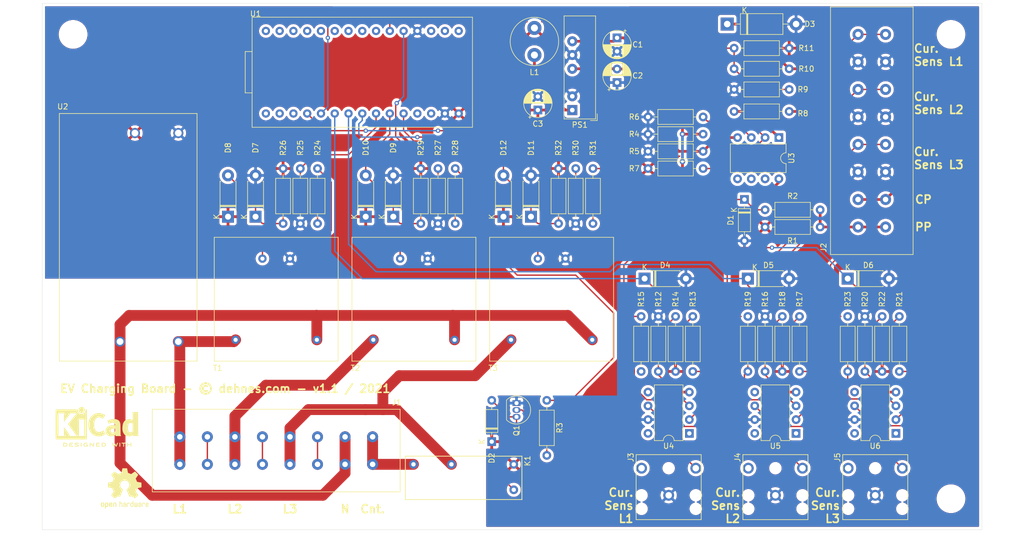
<source format=kicad_pcb>
(kicad_pcb (version 20171130) (host pcbnew "(5.1.9-0-10_14)")
  (title_block (title "Dehne EV Charging Station") (date 2021-02-21) (rev 1.1) (company dehnes.com))
  (layers (0 F.Cu signal) (31 B.Cu signal) (34 B.Paste user) (35 F.Paste user) (36 B.SilkS user) (37 F.SilkS user) (38 B.Mask user) (39 F.Mask user) (44 Edge.Cuts user))
  (net 0 "")
  (net 1 GND)
  (net 2 +5V)
  (net 3 PP_READ)
  (net 4 "Net-(D2-Pad2)")
  (net 5 CP)
  (net 6 CURRENT_SENS_L1_READ)
  (net 7 CURRENT_SENS_L2_READ)
  (net 8 CURRENT_SENS_L3_READ)
  (net 9 VOLTAGE_SENS_L1_READ)
  (net 10 VOLTAGE_SENS_L2_READ)
  (net 11 VOLTAGE_SENS_L3_READ)
  (net 12 PP)
  (net 13 Contactor)
  (net 14 MAINS_N)
  (net 15 MAINS_L3)
  (net 16 MAINS_L2)
  (net 17 MAINS_L1)
  (net 18 CUR_SENS_L1)
  (net 19 CUR_SENS_L2)
  (net 20 CUR_SENS_L3)
  (net 21 "Net-(J3-Pad2)")
  (net 22 "Net-(J4-Pad2)")
  (net 23 "Net-(J5-Pad2)")
  (net 24 "Net-(L1-Pad1)")
  (net 25 "Net-(Q1-Pad2)")
  (net 26 DC_RELAY)
  (net 27 "Net-(R6-Pad1)")
  (net 28 "Net-(R8-Pad2)")
  (net 29 CP_READ)
  (net 30 "Net-(R12-Pad2)")
  (net 31 "Net-(R14-Pad1)")
  (net 32 "Net-(R16-Pad2)")
  (net 33 "Net-(R18-Pad1)")
  (net 34 "Net-(R20-Pad2)")
  (net 35 "Net-(R22-Pad1)")
  (net 36 "Net-(R24-Pad2)")
  (net 37 "Net-(R28-Pad2)")
  (net 38 "Net-(R31-Pad2)")
  (net 39 "Net-(U1-Pad16)")
  (net 40 "Net-(U1-Pad1)")
  (net 41 "Net-(U1-Pad2)")
  (net 42 "Net-(U1-Pad3)")
  (net 43 "Net-(U1-Pad12)")
  (net 44 "Net-(U1-Pad13)")
  (net 45 "Net-(U1-Pad17)")
  (net 46 "Net-(U1-Pad18)")
  (net 47 PWM)
  (net 48 "Net-(U1-Pad22)")
  (net 49 "Net-(U1-Pad23)")
  (net 50 "Net-(U1-Pad24)")
  (net 51 "Net-(U1-Pad25)")
  (net 52 "Net-(U1-Pad26)")
  (net 53 "Net-(U1-Pad27)")
  (net 54 "Net-(U1-Pad28)")
  (net 55 "Net-(U1-Pad29)")
  (net 56 "Net-(U1-Pad30)")
  (net 57 "Net-(J1-Pad2)")
  (net 58 "Net-(J1-Pad4)")
  (net 59 "Net-(J1-Pad6)")
  (net 60 +12VDC)
  (net 61 -12VDC)
  (module Package_DIP:DIP-8_W7.62mm (layer F.Cu) (at 189.865 123.825 180)
    (fp_text reference U6 (at 3.81 -2.33) (layer F.SilkS))
    (fp_text value mcp6291-e_p-nd)
    (pad 8 thru_hole oval (at 7.62 0 180) (size 1.6 1.6) (drill 0.8) (layers *.Cu *.Mask))
    (pad 4 thru_hole oval (at 0 7.62 180) (size 1.6 1.6) (drill 0.8) (layers *.Cu *.Mask) (net 2 +5V))
    (pad 7 thru_hole oval (at 7.62 2.54 180) (size 1.6 1.6) (drill 0.8) (layers *.Cu *.Mask) (net 1 GND))
    (pad 3 thru_hole oval (at 0 5.08 180) (size 1.6 1.6) (drill 0.8) (layers *.Cu *.Mask) (net 35 "Net-(R22-Pad1)"))
    (pad 6 thru_hole oval (at 7.62 5.08 180) (size 1.6 1.6) (drill 0.8) (layers *.Cu *.Mask) (net 8 CURRENT_SENS_L3_READ))
    (pad 2 thru_hole oval (at 0 2.54 180) (size 1.6 1.6) (drill 0.8) (layers *.Cu *.Mask) (net 34 "Net-(R20-Pad2)"))
    (pad 5 thru_hole oval (at 7.62 7.62 180) (size 1.6 1.6) (drill 0.8) (layers *.Cu *.Mask))
    (pad 1 thru_hole rect (at 0 0 180) (size 1.6 1.6) (drill 0.8) (layers *.Cu *.Mask))
  )
  (module Package_DIP:DIP-8_W7.62mm (layer F.Cu) (at 171.45 123.825 180)
    (fp_text reference U5 (at 3.81 -2.33) (layer F.SilkS))
    (fp_text value mcp6291-e_p-nd)
    (pad 8 thru_hole oval (at 7.62 0 180) (size 1.6 1.6) (drill 0.8) (layers *.Cu *.Mask))
    (pad 4 thru_hole oval (at 0 7.62 180) (size 1.6 1.6) (drill 0.8) (layers *.Cu *.Mask) (net 2 +5V))
    (pad 7 thru_hole oval (at 7.62 2.54 180) (size 1.6 1.6) (drill 0.8) (layers *.Cu *.Mask) (net 1 GND))
    (pad 3 thru_hole oval (at 0 5.08 180) (size 1.6 1.6) (drill 0.8) (layers *.Cu *.Mask) (net 33 "Net-(R18-Pad1)"))
    (pad 6 thru_hole oval (at 7.62 5.08 180) (size 1.6 1.6) (drill 0.8) (layers *.Cu *.Mask) (net 7 CURRENT_SENS_L2_READ))
    (pad 2 thru_hole oval (at 0 2.54 180) (size 1.6 1.6) (drill 0.8) (layers *.Cu *.Mask) (net 32 "Net-(R16-Pad2)"))
    (pad 5 thru_hole oval (at 7.62 7.62 180) (size 1.6 1.6) (drill 0.8) (layers *.Cu *.Mask))
    (pad 1 thru_hole rect (at 0 0 180) (size 1.6 1.6) (drill 0.8) (layers *.Cu *.Mask))
  )
  (module Package_DIP:DIP-8_W7.62mm (layer F.Cu) (at 151.765 123.825 180)
    (fp_text reference U4 (at 3.81 -2.33) (layer F.SilkS))
    (fp_text value mcp6291-e_p-nd)
    (pad 8 thru_hole oval (at 7.62 0 180) (size 1.6 1.6) (drill 0.8) (layers *.Cu *.Mask))
    (pad 4 thru_hole oval (at 0 7.62 180) (size 1.6 1.6) (drill 0.8) (layers *.Cu *.Mask) (net 2 +5V))
    (pad 7 thru_hole oval (at 7.62 2.54 180) (size 1.6 1.6) (drill 0.8) (layers *.Cu *.Mask) (net 1 GND))
    (pad 3 thru_hole oval (at 0 5.08 180) (size 1.6 1.6) (drill 0.8) (layers *.Cu *.Mask) (net 31 "Net-(R14-Pad1)"))
    (pad 6 thru_hole oval (at 7.62 5.08 180) (size 1.6 1.6) (drill 0.8) (layers *.Cu *.Mask) (net 6 CURRENT_SENS_L1_READ))
    (pad 2 thru_hole oval (at 0 2.54 180) (size 1.6 1.6) (drill 0.8) (layers *.Cu *.Mask) (net 30 "Net-(R12-Pad2)"))
    (pad 5 thru_hole oval (at 7.62 7.62 180) (size 1.6 1.6) (drill 0.8) (layers *.Cu *.Mask))
    (pad 1 thru_hole rect (at 0 0 180) (size 1.6 1.6) (drill 0.8) (layers *.Cu *.Mask))
  )
  (module Package_DIP:DIP-8_W7.62mm (layer F.Cu) (at 168.275 69.215 270)
    (fp_text reference U3 (at 3.81 -2.33 90) (layer F.SilkS))
    (fp_text value LF353P)
    (pad 8 thru_hole oval (at 7.62 0 270) (size 1.6 1.6) (drill 0.8) (layers *.Cu *.Mask) (net 60 +12VDC))
    (pad 4 thru_hole oval (at 0 7.62 270) (size 1.6 1.6) (drill 0.8) (layers *.Cu *.Mask) (net 61 -12VDC))
    (pad 7 thru_hole oval (at 7.62 2.54 270) (size 1.6 1.6) (drill 0.8) (layers *.Cu *.Mask))
    (pad 3 thru_hole oval (at 0 5.08 270) (size 1.6 1.6) (drill 0.8) (layers *.Cu *.Mask) (net 47 PWM))
    (pad 6 thru_hole oval (at 7.62 5.08 270) (size 1.6 1.6) (drill 0.8) (layers *.Cu *.Mask))
    (pad 2 thru_hole oval (at 0 2.54 270) (size 1.6 1.6) (drill 0.8) (layers *.Cu *.Mask) (net 27 "Net-(R6-Pad1)"))
    (pad 5 thru_hole oval (at 7.62 7.62 270) (size 1.6 1.6) (drill 0.8) (layers *.Cu *.Mask))
    (pad 1 thru_hole rect (at 0 0 270) (size 1.6 1.6) (drill 0.8) (layers *.Cu *.Mask) (net 28 "Net-(R8-Pad2)"))
  )
  (module MountingHole:MountingHole_4.3mm_M4_ISO14580 (layer F.Cu) (at 38.1 135.89)
    (fp_text reference REF** hide)
    (fp_text value MountingHole_4.3mm_M4_ISO14580)
    (pad 1 np_thru_hole circle (at 0 0) (size 4.3 4.3) (drill 4.3) (layers *.Cu *.Mask))
  )
  (module MountingHole:MountingHole_4.3mm_M4_ISO14580 (layer F.Cu) (at 200.025 135.89)
    (fp_text reference REF** hide)
    (fp_text value MountingHole_4.3mm_M4_ISO14580)
    (pad 1 np_thru_hole circle (at 0 0) (size 4.3 4.3) (drill 4.3) (layers *.Cu *.Mask))
  )
  (module MountingHole:MountingHole_4.3mm_M4_ISO14580 (layer F.Cu) (at 200.025 50.165)
    (fp_text reference REF** hide)
    (fp_text value MountingHole_4.3mm_M4_ISO14580)
    (pad 1 np_thru_hole circle (at 0 0) (size 4.3 4.3) (drill 4.3) (layers *.Cu *.Mask))
  )
  (module MountingHole:MountingHole_4.3mm_M4_ISO14580 (layer F.Cu) (at 38.1 50.165)
    (fp_text reference REF** hide)
    (fp_text value MountingHole_4.3mm_M4_ISO14580)
    (pad 1 np_thru_hole circle (at 0 0) (size 4.3 4.3) (drill 4.3) (layers *.Cu *.Mask))
  )
  (module Symbol:OSHW-Logo2_9.8x8mm_SilkScreen (layer F.Cu) (at 47.625 133.985)
    (fp_text reference REF** hide)
    (fp_text value OSHW-Logo2_9.8x8mm_SilkScreen hide)
  )
  (module Symbol:KiCad-Logo2_6mm_SilkScreen (layer F.Cu) (at 42.545 121.92)
    (fp_text reference REF** hide)
    (fp_text value KiCad-Logo2_6mm_SilkScreen hide)
  )
  (module Resistor_THT:R_Axial_DIN0207_L6.3mm_D2.5mm_P10.16mm_Horizontal (layer F.Cu) (at 180.975 102.235 270)
    (fp_text reference R23 (at -3.175 0 90) (layer F.SilkS))
    (fp_text value 10k)
    (pad 2 thru_hole oval (at 10.16 0 270) (size 1.6 1.6) (drill 0.8) (layers *.Cu *.Mask) (net 35 "Net-(R22-Pad1)"))
    (pad 1 thru_hole circle (at 0 0 270) (size 1.6 1.6) (drill 0.8) (layers *.Cu *.Mask) (net 20 CUR_SENS_L3))
  )
  (module "EVChargingStation:Arduino Nano - THT" (layer F.Cu) (at 91.44 57.15)
    (fp_text reference U1 (at -19.685 -10.795) (layer F.SilkS))
    (fp_text value ABX00027)
    (pad 30 thru_hole circle (at -17.78 -7.62) (size 1.524 1.524) (drill 0.762) (layers *.Cu *.Mask) (net 56 "Net-(U1-Pad30)"))
    (pad 29 thru_hole circle (at -15.24 -7.62) (size 1.524 1.524) (drill 0.762) (layers *.Cu *.Mask) (net 55 "Net-(U1-Pad29)"))
    (pad 28 thru_hole circle (at -12.7 -7.62) (size 1.524 1.524) (drill 0.762) (layers *.Cu *.Mask) (net 54 "Net-(U1-Pad28)"))
    (pad 27 thru_hole circle (at -10.16 -7.62) (size 1.524 1.524) (drill 0.762) (layers *.Cu *.Mask) (net 53 "Net-(U1-Pad27)"))
    (pad 26 thru_hole circle (at -7.62 -7.62) (size 1.524 1.524) (drill 0.762) (layers *.Cu *.Mask) (net 52 "Net-(U1-Pad26)"))
    (pad 25 thru_hole circle (at -5.08 -7.62) (size 1.524 1.524) (drill 0.762) (layers *.Cu *.Mask) (net 51 "Net-(U1-Pad25)"))
    (pad 24 thru_hole circle (at -2.54 -7.62) (size 1.524 1.524) (drill 0.762) (layers *.Cu *.Mask) (net 50 "Net-(U1-Pad24)"))
    (pad 23 thru_hole circle (at 0 -7.62) (size 1.524 1.524) (drill 0.762) (layers *.Cu *.Mask) (net 49 "Net-(U1-Pad23)"))
    (pad 22 thru_hole circle (at 2.54 -7.62) (size 1.524 1.524) (drill 0.762) (layers *.Cu *.Mask) (net 48 "Net-(U1-Pad22)"))
    (pad 21 thru_hole circle (at 5.08 -7.62) (size 1.524 1.524) (drill 0.762) (layers *.Cu *.Mask) (net 47 PWM))
    (pad 20 thru_hole circle (at 7.62 -7.62) (size 1.524 1.524) (drill 0.762) (layers *.Cu *.Mask) (net 26 DC_RELAY))
    (pad 19 thru_hole circle (at 10.16 -7.62) (size 1.524 1.524) (drill 0.762) (layers *.Cu *.Mask) (net 1 GND))
    (pad 18 thru_hole circle (at 12.7 -7.62) (size 1.524 1.524) (drill 0.762) (layers *.Cu *.Mask) (net 46 "Net-(U1-Pad18)"))
    (pad 17 thru_hole circle (at 15.24 -7.62) (size 1.524 1.524) (drill 0.762) (layers *.Cu *.Mask) (net 45 "Net-(U1-Pad17)"))
    (pad 15 thru_hole circle (at 17.78 7.62) (size 1.524 1.524) (drill 0.762) (layers *.Cu *.Mask) (net 2 +5V))
    (pad 14 thru_hole circle (at 15.24 7.62) (size 1.524 1.524) (drill 0.762) (layers *.Cu *.Mask) (net 1 GND))
    (pad 13 thru_hole circle (at 12.7 7.62) (size 1.524 1.524) (drill 0.762) (layers *.Cu *.Mask) (net 44 "Net-(U1-Pad13)"))
    (pad 12 thru_hole circle (at 10.16 7.62) (size 1.524 1.524) (drill 0.762) (layers *.Cu *.Mask) (net 43 "Net-(U1-Pad12)"))
    (pad 11 thru_hole circle (at 7.62 7.62) (size 1.524 1.524) (drill 0.762) (layers *.Cu *.Mask) (net 11 VOLTAGE_SENS_L3_READ))
    (pad 10 thru_hole circle (at 5.08 7.62) (size 1.524 1.524) (drill 0.762) (layers *.Cu *.Mask) (net 10 VOLTAGE_SENS_L2_READ))
    (pad 9 thru_hole circle (at 2.54 7.62) (size 1.524 1.524) (drill 0.762) (layers *.Cu *.Mask) (net 9 VOLTAGE_SENS_L1_READ))
    (pad 8 thru_hole circle (at 0 7.62) (size 1.524 1.524) (drill 0.762) (layers *.Cu *.Mask) (net 8 CURRENT_SENS_L3_READ))
    (pad 7 thru_hole circle (at -2.54 7.62) (size 1.524 1.524) (drill 0.762) (layers *.Cu *.Mask) (net 7 CURRENT_SENS_L2_READ))
    (pad 6 thru_hole circle (at -5.08 7.62) (size 1.524 1.524) (drill 0.762) (layers *.Cu *.Mask) (net 6 CURRENT_SENS_L1_READ))
    (pad 5 thru_hole circle (at -7.62 7.62) (size 1.524 1.524) (drill 0.762) (layers *.Cu *.Mask) (net 29 CP_READ))
    (pad 4 thru_hole circle (at -10.16 7.62) (size 1.524 1.524) (drill 0.762) (layers *.Cu *.Mask) (net 3 PP_READ))
    (pad 3 thru_hole circle (at -12.7 7.62) (size 1.524 1.524) (drill 0.762) (layers *.Cu *.Mask) (net 42 "Net-(U1-Pad3)"))
    (pad 2 thru_hole circle (at -15.24 7.62) (size 1.524 1.524) (drill 0.762) (layers *.Cu *.Mask) (net 41 "Net-(U1-Pad2)"))
    (pad 1 thru_hole circle (at -17.78 7.62) (size 1.524 1.524) (drill 0.762) (layers *.Cu *.Mask) (net 40 "Net-(U1-Pad1)"))
    (pad 16 thru_hole circle (at 17.78 -7.62) (size 1.524 1.524) (drill 0.762) (layers *.Cu *.Mask) (net 39 "Net-(U1-Pad16)"))
  )
  (module Resistor_THT:R_Axial_DIN0207_L6.3mm_D2.5mm_P10.16mm_Horizontal (layer F.Cu) (at 130.81 85.09 90)
    (fp_text reference R30 (at 13.97 0 90) (layer F.SilkS))
    (fp_text value 4.7k)
    (pad 2 thru_hole oval (at 10.16 0 90) (size 1.6 1.6) (drill 0.8) (layers *.Cu *.Mask) (net 11 VOLTAGE_SENS_L3_READ))
    (pad 1 thru_hole circle (at 0 0 90) (size 1.6 1.6) (drill 0.8) (layers *.Cu *.Mask) (net 1 GND))
  )
  (module EVChargingStation:CLIFF_FC68131 (layer F.Cu) (at 147.955 135.255 90)
    (fp_text reference J3 (at 6.985 -6.985 90) (layer F.SilkS))
    (fp_text value FC68131)
    (pad None np_thru_hole circle (at -2.5 5 90) (size 1.3 1.3) (drill 1.3) (layers *.Cu *.Mask))
    (pad None np_thru_hole circle (at -2.5 -5 90) (size 1.3 1.3) (drill 1.3) (layers *.Cu *.Mask))
    (pad None np_thru_hole circle (at 0 -5 90) (size 1.3 1.3) (drill 1.3) (layers *.Cu *.Mask))
    (pad None np_thru_hole circle (at 0 5 90) (size 1.3 1.3) (drill 1.3) (layers *.Cu *.Mask))
    (pad None np_thru_hole circle (at 5 0 90) (size 1.3 1.3) (drill 1.3) (layers *.Cu *.Mask))
    (pad 2 thru_hole circle (at 5 -5 90) (size 2 2) (drill 1.2) (layers *.Cu *.Mask) (net 21 "Net-(J3-Pad2)"))
    (pad 5 thru_hole circle (at 5 5 90) (size 2 2) (drill 1.2) (layers *.Cu *.Mask) (net 18 CUR_SENS_L1))
    (pad 1 thru_hole circle (at 0 0 90) (size 2 2) (drill 1.2) (layers *.Cu *.Mask) (net 1 GND))
  )
  (module EVChargingStation:CLIFF_FC68131 (layer F.Cu) (at 186.055 135.255 90)
    (fp_text reference J5 (at 6.985 -6.985 90) (layer F.SilkS))
    (fp_text value FC68131)
    (pad None np_thru_hole circle (at -2.5 5 90) (size 1.3 1.3) (drill 1.3) (layers *.Cu *.Mask))
    (pad None np_thru_hole circle (at -2.5 -5 90) (size 1.3 1.3) (drill 1.3) (layers *.Cu *.Mask))
    (pad None np_thru_hole circle (at 0 -5 90) (size 1.3 1.3) (drill 1.3) (layers *.Cu *.Mask))
    (pad None np_thru_hole circle (at 0 5 90) (size 1.3 1.3) (drill 1.3) (layers *.Cu *.Mask))
    (pad None np_thru_hole circle (at 5 0 90) (size 1.3 1.3) (drill 1.3) (layers *.Cu *.Mask))
    (pad 2 thru_hole circle (at 5 -5 90) (size 2 2) (drill 1.2) (layers *.Cu *.Mask) (net 23 "Net-(J5-Pad2)"))
    (pad 5 thru_hole circle (at 5 5 90) (size 2 2) (drill 1.2) (layers *.Cu *.Mask) (net 20 CUR_SENS_L3))
    (pad 1 thru_hole circle (at 0 0 90) (size 2 2) (drill 1.2) (layers *.Cu *.Mask) (net 1 GND))
  )
  (module EVChargingStation:conn_08x02_wago (layer F.Cu) (at 75.565 127)
    (fp_text reference J1 (at 22.225 -8.89) (layer F.SilkS))
    (fp_text value Connector1)
    (pad 8 thru_hole circle (at 17.78 2.54) (size 2.032 2.032) (drill 1.016) (layers *.Cu *.Mask) (net 13 Contactor))
    (pad 8 thru_hole circle (at 17.78 -2.54) (size 2.032 2.032) (drill 1.016) (layers *.Cu *.Mask) (net 13 Contactor))
    (pad 7 thru_hole circle (at 12.7 2.54) (size 2.032 2.032) (drill 1.016) (layers *.Cu *.Mask) (net 14 MAINS_N))
    (pad 7 thru_hole circle (at 12.7 -2.54) (size 2.032 2.032) (drill 1.016) (layers *.Cu *.Mask) (net 14 MAINS_N))
    (pad 6 thru_hole circle (at 7.62 2.54) (size 2.032 2.032) (drill 1.016) (layers *.Cu *.Mask) (net 59 "Net-(J1-Pad6)"))
    (pad 6 thru_hole circle (at 7.62 -2.54) (size 2.032 2.032) (drill 1.016) (layers *.Cu *.Mask) (net 59 "Net-(J1-Pad6)"))
    (pad 5 thru_hole circle (at 2.54 2.54) (size 2.032 2.032) (drill 1.016) (layers *.Cu *.Mask) (net 15 MAINS_L3))
    (pad 5 thru_hole circle (at 2.54 -2.54) (size 2.032 2.032) (drill 1.016) (layers *.Cu *.Mask) (net 15 MAINS_L3))
    (pad 4 thru_hole circle (at -2.54 2.54) (size 2.032 2.032) (drill 1.016) (layers *.Cu *.Mask) (net 58 "Net-(J1-Pad4)"))
    (pad 4 thru_hole circle (at -2.54 -2.54) (size 2.032 2.032) (drill 1.016) (layers *.Cu *.Mask) (net 58 "Net-(J1-Pad4)"))
    (pad 3 thru_hole circle (at -7.62 2.54) (size 2.032 2.032) (drill 1.016) (layers *.Cu *.Mask) (net 16 MAINS_L2))
    (pad 3 thru_hole circle (at -7.62 -2.54) (size 2.032 2.032) (drill 1.016) (layers *.Cu *.Mask) (net 16 MAINS_L2))
    (pad 2 thru_hole circle (at -12.7 2.54) (size 2.032 2.032) (drill 1.016) (layers *.Cu *.Mask) (net 57 "Net-(J1-Pad2)"))
    (pad 2 thru_hole circle (at -12.7 -2.54) (size 2.032 2.032) (drill 1.016) (layers *.Cu *.Mask) (net 57 "Net-(J1-Pad2)"))
    (pad 1 thru_hole circle (at -17.78 2.54) (size 2.032 2.032) (drill 1.016) (layers *.Cu *.Mask) (net 17 MAINS_L1))
    (pad 1 thru_hole circle (at -17.78 -2.54) (size 2.032 2.032) (drill 1.016) (layers *.Cu *.Mask) (net 17 MAINS_L1))
  )
  (module EVChargingStation:conn_08x02_wago (layer F.Cu) (at 185.42 67.945 270)
    (fp_text reference J2 (at 21.59 8.89 90) (layer F.SilkS))
    (fp_text value Connector1)
    (pad 8 thru_hole circle (at 17.78 2.54 270) (size 2.032 2.032) (drill 1.016) (layers *.Cu *.Mask) (net 12 PP))
    (pad 8 thru_hole circle (at 17.78 -2.54 270) (size 2.032 2.032) (drill 1.016) (layers *.Cu *.Mask) (net 12 PP))
    (pad 7 thru_hole circle (at 12.7 2.54 270) (size 2.032 2.032) (drill 1.016) (layers *.Cu *.Mask) (net 5 CP))
    (pad 7 thru_hole circle (at 12.7 -2.54 270) (size 2.032 2.032) (drill 1.016) (layers *.Cu *.Mask) (net 5 CP))
    (pad 6 thru_hole circle (at 7.62 2.54 270) (size 2.032 2.032) (drill 1.016) (layers *.Cu *.Mask) (net 1 GND))
    (pad 6 thru_hole circle (at 7.62 -2.54 270) (size 2.032 2.032) (drill 1.016) (layers *.Cu *.Mask) (net 1 GND))
    (pad 5 thru_hole circle (at 2.54 2.54 270) (size 2.032 2.032) (drill 1.016) (layers *.Cu *.Mask) (net 20 CUR_SENS_L3))
    (pad 5 thru_hole circle (at 2.54 -2.54 270) (size 2.032 2.032) (drill 1.016) (layers *.Cu *.Mask) (net 20 CUR_SENS_L3))
    (pad 4 thru_hole circle (at -2.54 2.54 270) (size 2.032 2.032) (drill 1.016) (layers *.Cu *.Mask) (net 1 GND))
    (pad 4 thru_hole circle (at -2.54 -2.54 270) (size 2.032 2.032) (drill 1.016) (layers *.Cu *.Mask) (net 1 GND))
    (pad 3 thru_hole circle (at -7.62 2.54 270) (size 2.032 2.032) (drill 1.016) (layers *.Cu *.Mask) (net 19 CUR_SENS_L2))
    (pad 3 thru_hole circle (at -7.62 -2.54 270) (size 2.032 2.032) (drill 1.016) (layers *.Cu *.Mask) (net 19 CUR_SENS_L2))
    (pad 2 thru_hole circle (at -12.7 2.54 270) (size 2.032 2.032) (drill 1.016) (layers *.Cu *.Mask) (net 1 GND))
    (pad 2 thru_hole circle (at -12.7 -2.54 270) (size 2.032 2.032) (drill 1.016) (layers *.Cu *.Mask) (net 1 GND))
    (pad 1 thru_hole circle (at -17.78 2.54 270) (size 2.032 2.032) (drill 1.016) (layers *.Cu *.Mask) (net 18 CUR_SENS_L1))
    (pad 1 thru_hole circle (at -17.78 -2.54 270) (size 2.032 2.032) (drill 1.016) (layers *.Cu *.Mask) (net 18 CUR_SENS_L1))
  )
  (module EVChargingStation:CONV_IRM-05-5 (layer F.Cu) (at 48.26 87.63 90)
    (fp_text reference U2 (at 24.13 -12.065 180) (layer F.SilkS))
    (fp_text value IRM-05-5)
    (pad VPOS thru_hole circle (at 19.25 1.25 90) (size 1.86 1.86) (drill 1.24) (layers *.Cu *.Mask) (net 2 +5V))
    (pad VNEG thru_hole circle (at 19.25 9.25 90) (size 1.86 1.86) (drill 1.24) (layers *.Cu *.Mask) (net 1 GND))
    (pad AC/N thru_hole circle (at -19.25 -1.5 90) (size 1.86 1.86) (drill 1.24) (layers *.Cu *.Mask) (net 14 MAINS_N))
    (pad AC/L thru_hole circle (at -19.25 9.25 90) (size 1.86 1.86) (drill 1.24) (layers *.Cu *.Mask) (net 17 MAINS_L1))
  )
  (module Resistor_THT:R_Axial_DIN0207_L6.3mm_D2.5mm_P10.16mm_Horizontal (layer F.Cu) (at 144.145 74.93)
    (fp_text reference R7 (at -2.54 0) (layer F.SilkS))
    (fp_text value 100k)
    (pad 2 thru_hole oval (at 10.16 0) (size 1.6 1.6) (drill 0.8) (layers *.Cu *.Mask) (net 27 "Net-(R6-Pad1)"))
    (pad 1 thru_hole circle (at 0 0) (size 1.6 1.6) (drill 0.8) (layers *.Cu *.Mask) (net 2 +5V))
  )
  (module Diode_THT:D_DO-41_SOD81_P7.62mm_Horizontal (layer F.Cu) (at 92.075 83.82 90)
    (fp_text reference D10 (at 12.7 0 90) (layer F.SilkS))
    (fp_text value BZX85C4V7-TAP)
    (fp_text user K (at 0 -2.1 90) (layer F.SilkS))
    (pad 2 thru_hole oval (at 7.62 0 90) (size 2.2 2.2) (drill 1.1) (layers *.Cu *.Mask) (net 10 VOLTAGE_SENS_L2_READ))
    (pad 1 thru_hole rect (at 0 0 90) (size 2.2 2.2) (drill 1.1) (layers *.Cu *.Mask) (net 2 +5V))
  )
  (module Diode_THT:D_DO-41_SOD81_P7.62mm_Horizontal (layer F.Cu) (at 122.555 83.82 90)
    (fp_text reference D11 (at 12.7 0 90) (layer F.SilkS))
    (fp_text value BZX85C3V0-TAP)
    (fp_text user K (at 0 -2.1 90) (layer F.SilkS))
    (pad 2 thru_hole oval (at 7.62 0 90) (size 2.2 2.2) (drill 1.1) (layers *.Cu *.Mask) (net 1 GND))
    (pad 1 thru_hole rect (at 0 0 90) (size 2.2 2.2) (drill 1.1) (layers *.Cu *.Mask) (net 11 VOLTAGE_SENS_L3_READ))
  )
  (module Diode_THT:D_DO-41_SOD81_P7.62mm_Horizontal (layer F.Cu) (at 117.475 83.82 90)
    (fp_text reference D12 (at 12.7 0 90) (layer F.SilkS))
    (fp_text value BZX85C4V7-TAP)
    (fp_text user K (at 0 -2.1 90) (layer F.SilkS))
    (pad 2 thru_hole oval (at 7.62 0 90) (size 2.2 2.2) (drill 1.1) (layers *.Cu *.Mask) (net 11 VOLTAGE_SENS_L3_READ))
    (pad 1 thru_hole rect (at 0 0 90) (size 2.2 2.2) (drill 1.1) (layers *.Cu *.Mask) (net 2 +5V))
  )
  (module Resistor_THT:R_Axial_DIN0207_L6.3mm_D2.5mm_P10.16mm_Horizontal (layer F.Cu) (at 108.585 85.09 90)
    (fp_text reference R28 (at 13.97 0 90) (layer F.SilkS))
    (fp_text value 27k)
    (pad 2 thru_hole oval (at 10.16 0 90) (size 1.6 1.6) (drill 0.8) (layers *.Cu *.Mask) (net 37 "Net-(R28-Pad2)"))
    (pad 1 thru_hole circle (at 0 0 90) (size 1.6 1.6) (drill 0.8) (layers *.Cu *.Mask) (net 10 VOLTAGE_SENS_L2_READ))
  )
  (module Resistor_THT:R_Axial_DIN0207_L6.3mm_D2.5mm_P10.16mm_Horizontal (layer F.Cu) (at 105.41 85.09 90)
    (fp_text reference R27 (at 13.97 0 90) (layer F.SilkS))
    (fp_text value 4.7k)
    (pad 2 thru_hole oval (at 10.16 0 90) (size 1.6 1.6) (drill 0.8) (layers *.Cu *.Mask) (net 10 VOLTAGE_SENS_L2_READ))
    (pad 1 thru_hole circle (at 0 0 90) (size 1.6 1.6) (drill 0.8) (layers *.Cu *.Mask) (net 1 GND))
  )
  (module Resistor_THT:R_Axial_DIN0207_L6.3mm_D2.5mm_P10.16mm_Horizontal (layer F.Cu) (at 127.635 85.09 90)
    (fp_text reference R32 (at 13.97 0 90) (layer F.SilkS))
    (fp_text value 8.2k)
    (pad 2 thru_hole oval (at 10.16 0 90) (size 1.6 1.6) (drill 0.8) (layers *.Cu *.Mask) (net 2 +5V))
    (pad 1 thru_hole circle (at 0 0 90) (size 1.6 1.6) (drill 0.8) (layers *.Cu *.Mask) (net 11 VOLTAGE_SENS_L3_READ))
  )
  (module EVChargingStation:VB_05-1-12 (layer F.Cu) (at 126.365 99.06 90)
    (fp_text reference T3 (at -12.7 -10.795 180) (layer F.SilkS))
    (fp_text value VB_05-1-12)
    (pad 1 thru_hole circle (at -7.493 -7.493 90) (size 1.524 1.524) (drill 0.762) (layers *.Cu *.Mask) (net 15 MAINS_L3))
    (pad 2 thru_hole circle (at -7.493 7.493 90) (size 1.524 1.524) (drill 0.762) (layers *.Cu *.Mask) (net 14 MAINS_N))
    (pad 3 thru_hole circle (at 7.493 -2.54 90) (size 1.524 1.524) (drill 0.762) (layers *.Cu *.Mask) (net 38 "Net-(R31-Pad2)"))
    (pad 4 thru_hole circle (at 7.493 2.54 90) (size 1.524 1.524) (drill 0.762) (layers *.Cu *.Mask) (net 1 GND))
  )
  (module Resistor_THT:R_Axial_DIN0207_L6.3mm_D2.5mm_P10.16mm_Horizontal (layer F.Cu) (at 133.985 85.09 90)
    (fp_text reference R31 (at 13.97 0 90) (layer F.SilkS))
    (fp_text value 27k)
    (pad 2 thru_hole oval (at 10.16 0 90) (size 1.6 1.6) (drill 0.8) (layers *.Cu *.Mask) (net 38 "Net-(R31-Pad2)"))
    (pad 1 thru_hole circle (at 0 0 90) (size 1.6 1.6) (drill 0.8) (layers *.Cu *.Mask) (net 11 VOLTAGE_SENS_L3_READ))
  )
  (module Resistor_THT:R_Axial_DIN0207_L6.3mm_D2.5mm_P10.16mm_Horizontal (layer F.Cu) (at 102.235 85.09 90)
    (fp_text reference R29 (at 13.97 0 90) (layer F.SilkS))
    (fp_text value 8.2k)
    (pad 2 thru_hole oval (at 10.16 0 90) (size 1.6 1.6) (drill 0.8) (layers *.Cu *.Mask) (net 2 +5V))
    (pad 1 thru_hole circle (at 0 0 90) (size 1.6 1.6) (drill 0.8) (layers *.Cu *.Mask) (net 10 VOLTAGE_SENS_L2_READ))
  )
  (module EVChargingStation:VB_05-1-12 (layer F.Cu) (at 100.965 99.06 90)
    (fp_text reference T2 (at -12.7 -10.795 180) (layer F.SilkS))
    (fp_text value VB_05-1-12)
    (pad 1 thru_hole circle (at -7.493 -7.493 90) (size 1.524 1.524) (drill 0.762) (layers *.Cu *.Mask) (net 16 MAINS_L2))
    (pad 2 thru_hole circle (at -7.493 7.493 90) (size 1.524 1.524) (drill 0.762) (layers *.Cu *.Mask) (net 14 MAINS_N))
    (pad 3 thru_hole circle (at 7.493 -2.54 90) (size 1.524 1.524) (drill 0.762) (layers *.Cu *.Mask) (net 37 "Net-(R28-Pad2)"))
    (pad 4 thru_hole circle (at 7.493 2.54 90) (size 1.524 1.524) (drill 0.762) (layers *.Cu *.Mask) (net 1 GND))
  )
  (module EVChargingStation:VB_05-1-12 (layer F.Cu) (at 75.565 99.06 90)
    (fp_text reference T1 (at -12.7 -10.795 180) (layer F.SilkS))
    (fp_text value VB_05-1-12)
    (pad 1 thru_hole circle (at -7.493 -7.493 90) (size 1.524 1.524) (drill 0.762) (layers *.Cu *.Mask) (net 17 MAINS_L1))
    (pad 2 thru_hole circle (at -7.493 7.493 90) (size 1.524 1.524) (drill 0.762) (layers *.Cu *.Mask) (net 14 MAINS_N))
    (pad 3 thru_hole circle (at 7.493 -2.54 90) (size 1.524 1.524) (drill 0.762) (layers *.Cu *.Mask) (net 36 "Net-(R24-Pad2)"))
    (pad 4 thru_hole circle (at 7.493 2.54 90) (size 1.524 1.524) (drill 0.762) (layers *.Cu *.Mask) (net 1 GND))
  )
  (module Diode_THT:D_DO-41_SOD81_P7.62mm_Horizontal (layer F.Cu) (at 71.755 83.82 90)
    (fp_text reference D7 (at 12.7 0 90) (layer F.SilkS))
    (fp_text value BZX85C3V0-TAP)
    (fp_text user K (at 0 -2.1 90) (layer F.SilkS))
    (pad 2 thru_hole oval (at 7.62 0 90) (size 2.2 2.2) (drill 1.1) (layers *.Cu *.Mask) (net 1 GND))
    (pad 1 thru_hole rect (at 0 0 90) (size 2.2 2.2) (drill 1.1) (layers *.Cu *.Mask) (net 9 VOLTAGE_SENS_L1_READ))
  )
  (module Resistor_THT:R_Axial_DIN0207_L6.3mm_D2.5mm_P10.16mm_Horizontal (layer F.Cu) (at 80.01 85.09 90)
    (fp_text reference R25 (at 13.97 0 90) (layer F.SilkS))
    (fp_text value 4.7k)
    (pad 2 thru_hole oval (at 10.16 0 90) (size 1.6 1.6) (drill 0.8) (layers *.Cu *.Mask) (net 9 VOLTAGE_SENS_L1_READ))
    (pad 1 thru_hole circle (at 0 0 90) (size 1.6 1.6) (drill 0.8) (layers *.Cu *.Mask) (net 1 GND))
  )
  (module Diode_THT:D_DO-41_SOD81_P7.62mm_Horizontal (layer F.Cu) (at 66.675 83.82 90)
    (fp_text reference D8 (at 12.7 0 90) (layer F.SilkS))
    (fp_text value BZX85C4V7-TAP)
    (fp_text user K (at 0 -2.1 90) (layer F.SilkS))
    (pad 2 thru_hole oval (at 7.62 0 90) (size 2.2 2.2) (drill 1.1) (layers *.Cu *.Mask) (net 9 VOLTAGE_SENS_L1_READ))
    (pad 1 thru_hole rect (at 0 0 90) (size 2.2 2.2) (drill 1.1) (layers *.Cu *.Mask) (net 2 +5V))
  )
  (module Resistor_THT:R_Axial_DIN0207_L6.3mm_D2.5mm_P10.16mm_Horizontal (layer F.Cu) (at 76.835 85.09 90)
    (fp_text reference R26 (at 13.97 0 90) (layer F.SilkS))
    (fp_text value 8.2k)
    (pad 2 thru_hole oval (at 10.16 0 90) (size 1.6 1.6) (drill 0.8) (layers *.Cu *.Mask) (net 2 +5V))
    (pad 1 thru_hole circle (at 0 0 90) (size 1.6 1.6) (drill 0.8) (layers *.Cu *.Mask) (net 9 VOLTAGE_SENS_L1_READ))
  )
  (module Resistor_THT:R_Axial_DIN0207_L6.3mm_D2.5mm_P10.16mm_Horizontal (layer F.Cu) (at 83.185 85.09 90)
    (fp_text reference R24 (at 13.97 0 90) (layer F.SilkS))
    (fp_text value 27k)
    (pad 2 thru_hole oval (at 10.16 0 90) (size 1.6 1.6) (drill 0.8) (layers *.Cu *.Mask) (net 36 "Net-(R24-Pad2)"))
    (pad 1 thru_hole circle (at 0 0 90) (size 1.6 1.6) (drill 0.8) (layers *.Cu *.Mask) (net 9 VOLTAGE_SENS_L1_READ))
  )
  (module Diode_THT:D_DO-41_SOD81_P7.62mm_Horizontal (layer F.Cu) (at 97.155 83.82 90)
    (fp_text reference D9 (at 12.7 0 90) (layer F.SilkS))
    (fp_text value BZX85C3V0-TAP)
    (fp_text user K (at 0 -2.1 90) (layer F.SilkS))
    (pad 2 thru_hole oval (at 7.62 0 90) (size 2.2 2.2) (drill 1.1) (layers *.Cu *.Mask) (net 1 GND))
    (pad 1 thru_hole rect (at 0 0 90) (size 2.2 2.2) (drill 1.1) (layers *.Cu *.Mask) (net 10 VOLTAGE_SENS_L2_READ))
  )
  (module Capacitor_THT:CP_Radial_D5.0mm_P2.50mm (layer F.Cu) (at 138.43 50.8 270)
    (fp_text reference C1 (at 1.25 -3.81 180) (layer F.SilkS))
    (fp_text value 1uf)
    (pad 2 thru_hole circle (at 2.5 0 270) (size 1.6 1.6) (drill 0.8) (layers *.Cu *.Mask) (net 1 GND))
    (pad 1 thru_hole rect (at 0 0 270) (size 1.6 1.6) (drill 0.8) (layers *.Cu *.Mask) (net 60 +12VDC))
  )
  (module Capacitor_THT:CP_Radial_D5.0mm_P2.50mm (layer F.Cu) (at 138.43 59.055 90)
    (fp_text reference C2 (at 1.27 3.81 180) (layer F.SilkS))
    (fp_text value 1uf)
    (pad 2 thru_hole circle (at 2.5 0 90) (size 1.6 1.6) (drill 0.8) (layers *.Cu *.Mask) (net 61 -12VDC))
    (pad 1 thru_hole rect (at 0 0 90) (size 1.6 1.6) (drill 0.8) (layers *.Cu *.Mask) (net 1 GND))
  )
  (module Capacitor_THT:CP_Radial_D5.0mm_P2.50mm (layer F.Cu) (at 123.825 64.135 90)
    (fp_text reference C3 (at -2.54 0 180) (layer F.SilkS))
    (fp_text value 2.2uf/50V)
    (pad 2 thru_hole circle (at 2.5 0 90) (size 1.6 1.6) (drill 0.8) (layers *.Cu *.Mask) (net 1 GND))
    (pad 1 thru_hole rect (at 0 0 90) (size 1.6 1.6) (drill 0.8) (layers *.Cu *.Mask) (net 2 +5V))
  )
  (module Diode_THT:D_DO-35_SOD27_P7.62mm_Horizontal (layer F.Cu) (at 161.925 80.645 270)
    (fp_text reference D1 (at 3.81 2.54 90) (layer F.SilkS))
    (fp_text value 1N4148)
    (fp_text user K (at 1.905 1.905 90) (layer F.SilkS))
    (pad 2 thru_hole oval (at 7.62 0 270) (size 1.6 1.6) (drill 0.8) (layers *.Cu *.Mask) (net 1 GND))
    (pad 1 thru_hole rect (at 0 0 270) (size 1.6 1.6) (drill 0.8) (layers *.Cu *.Mask) (net 3 PP_READ))
  )
  (module Diode_THT:D_DO-35_SOD27_P7.62mm_Horizontal (layer F.Cu) (at 115.316 125.349 90)
    (fp_text reference D2 (at -3.048 0 90) (layer F.SilkS))
    (fp_text value 1N4148)
    (fp_text user K (at 0 -1.8 90) (layer F.SilkS))
    (pad 2 thru_hole oval (at 7.62 0 90) (size 1.6 1.6) (drill 0.8) (layers *.Cu *.Mask) (net 4 "Net-(D2-Pad2)"))
    (pad 1 thru_hole rect (at 0 0 90) (size 1.6 1.6) (drill 0.8) (layers *.Cu *.Mask) (net 2 +5V))
  )
  (module Diode_THT:D_DO-15_P12.70mm_Horizontal (layer F.Cu) (at 158.75 48.26)
    (fp_text reference D3 (at 15.24 0) (layer F.SilkS))
    (fp_text value TVS-P6KE16CA)
    (fp_text user K (at 3.175 -2.54) (layer F.SilkS))
    (pad 2 thru_hole oval (at 12.7 0) (size 2.4 2.4) (drill 1.2) (layers *.Cu *.Mask) (net 1 GND))
    (pad 1 thru_hole rect (at 0 0) (size 2.4 2.4) (drill 1.2) (layers *.Cu *.Mask) (net 5 CP))
  )
  (module Diode_THT:D_DO-41_SOD81_P7.62mm_Horizontal (layer F.Cu) (at 143.51 95.25)
    (fp_text reference D4 (at 3.81 -2.47) (layer F.SilkS))
    (fp_text value BZX85C3V0-TAP)
    (fp_text user K (at 0 -2.1) (layer F.SilkS))
    (pad 2 thru_hole oval (at 7.62 0) (size 2.2 2.2) (drill 1.1) (layers *.Cu *.Mask) (net 1 GND))
    (pad 1 thru_hole rect (at 0 0) (size 2.2 2.2) (drill 1.1) (layers *.Cu *.Mask) (net 6 CURRENT_SENS_L1_READ))
  )
  (module Diode_THT:D_DO-41_SOD81_P7.62mm_Horizontal (layer F.Cu) (at 162.56 95.25)
    (fp_text reference D5 (at 3.81 -2.47) (layer F.SilkS))
    (fp_text value BZX85C3V0-TAP)
    (fp_text user K (at 1.27 -2.1) (layer F.SilkS))
    (pad 2 thru_hole oval (at 7.62 0) (size 2.2 2.2) (drill 1.1) (layers *.Cu *.Mask) (net 1 GND))
    (pad 1 thru_hole rect (at 0 0) (size 2.2 2.2) (drill 1.1) (layers *.Cu *.Mask) (net 7 CURRENT_SENS_L2_READ))
  )
  (module Diode_THT:D_DO-41_SOD81_P7.62mm_Horizontal (layer F.Cu) (at 180.975 95.25)
    (fp_text reference D6 (at 3.81 -2.47) (layer F.SilkS))
    (fp_text value BZX85C3V0-TAP)
    (fp_text user K (at 0 -2.1) (layer F.SilkS))
    (pad 2 thru_hole oval (at 7.62 0) (size 2.2 2.2) (drill 1.1) (layers *.Cu *.Mask) (net 1 GND))
    (pad 1 thru_hole rect (at 0 0) (size 2.2 2.2) (drill 1.1) (layers *.Cu *.Mask) (net 8 CURRENT_SENS_L3_READ))
  )
  (module EVChargingStation:CLIFF_FC68131 (layer F.Cu) (at 167.64 135.255 90)
    (fp_text reference J4 (at 6.985 -6.985 90) (layer F.SilkS))
    (fp_text value FC68131)
    (pad None np_thru_hole circle (at -2.5 5 90) (size 1.3 1.3) (drill 1.3) (layers *.Cu *.Mask))
    (pad None np_thru_hole circle (at -2.5 -5 90) (size 1.3 1.3) (drill 1.3) (layers *.Cu *.Mask))
    (pad None np_thru_hole circle (at 0 -5 90) (size 1.3 1.3) (drill 1.3) (layers *.Cu *.Mask))
    (pad None np_thru_hole circle (at 0 5 90) (size 1.3 1.3) (drill 1.3) (layers *.Cu *.Mask))
    (pad None np_thru_hole circle (at 5 0 90) (size 1.3 1.3) (drill 1.3) (layers *.Cu *.Mask))
    (pad 2 thru_hole circle (at 5 -5 90) (size 2 2) (drill 1.2) (layers *.Cu *.Mask) (net 22 "Net-(J4-Pad2)"))
    (pad 5 thru_hole circle (at 5 5 90) (size 2 2) (drill 1.2) (layers *.Cu *.Mask) (net 19 CUR_SENS_L2))
    (pad 1 thru_hole circle (at 0 0 90) (size 2 2) (drill 1.2) (layers *.Cu *.Mask) (net 1 GND))
  )
  (module EVChargingStation:Omron-GSNB-1A (layer F.Cu) (at 119.38 129.54 180)
    (fp_text reference K1 (at -2.54 0.635 270) (layer F.SilkS))
    (fp_text value "G5NB-1A Relay 5VDC")
    (pad 3 thru_hole circle (at 18.5 0 180) (size 1.6 1.6) (drill 0.8) (layers *.Cu *.Mask) (net 13 Contactor))
    (pad 2 thru_hole circle (at 11.5 0 180) (size 1.6 1.6) (drill 0.8) (layers *.Cu *.Mask) (net 15 MAINS_L3))
    (pad 4 thru_hole circle (at 0 -4.7 180) (size 1.6 1.6) (drill 0.8) (layers *.Cu *.Mask) (net 4 "Net-(D2-Pad2)"))
    (pad 1 thru_hole circle (at 0 0 180) (size 1.6 1.6) (drill 0.8) (layers *.Cu *.Mask) (net 2 +5V))
  )
  (module Inductor_THT:L_Radial_D8.7mm_P5.00mm_Fastron_07HCP (layer F.Cu) (at 123.19 53.975 90)
    (fp_text reference L1 (at -3.175 0 180) (layer F.SilkS))
    (fp_text value 18uH)
    (pad 2 thru_hole circle (at 5 0 90) (size 2.6 2.6) (drill 1.3) (layers *.Cu *.Mask) (net 2 +5V))
    (pad 1 thru_hole circle (at 0 0 90) (size 2.6 2.6) (drill 1.3) (layers *.Cu *.Mask) (net 24 "Net-(L1-Pad1)"))
  )
  (module Converter_DCDC:Converter_DCDC_XP_POWER-IAxxxxS_THT (layer F.Cu) (at 130.175 64.135 180)
    (fp_text reference PS1 (at -1.39 -2.73) (layer F.SilkS))
    (fp_text value IA0512S)
    (pad 6 thru_hole circle (at 0 12.7 180) (size 1.85 1.85) (drill 0.85) (layers *.Cu *.Mask) (net 60 +12VDC))
    (pad 5 thru_hole circle (at 0 10.16 180) (size 1.85 1.85) (drill 0.85) (layers *.Cu *.Mask) (net 1 GND))
    (pad 4 thru_hole circle (at 0 7.62 180) (size 1.85 1.85) (drill 0.85) (layers *.Cu *.Mask) (net 61 -12VDC))
    (pad 2 thru_hole circle (at 0 2.54 180) (size 1.85 1.85) (drill 0.85) (layers *.Cu *.Mask) (net 1 GND))
    (pad 1 thru_hole rect (at 0 0 180) (size 1.85 1.85) (drill 0.85) (layers *.Cu *.Mask) (net 24 "Net-(L1-Pad1)"))
  )
  (module Package_TO_SOT_THT:TO-92_Inline (layer F.Cu) (at 119.888 118.237 270)
    (fp_text reference Q1 (at 5.08 0 90) (layer F.SilkS))
    (fp_text value PN2222A)
    (pad 1 thru_hole rect (at 0 0 270) (size 1.05 1.5) (drill 0.75) (layers *.Cu *.Mask) (net 1 GND))
    (pad 3 thru_hole oval (at 2.54 0 270) (size 1.05 1.5) (drill 0.75) (layers *.Cu *.Mask) (net 4 "Net-(D2-Pad2)"))
    (pad 2 thru_hole oval (at 1.27 0 270) (size 1.05 1.5) (drill 0.75) (layers *.Cu *.Mask) (net 25 "Net-(Q1-Pad2)"))
  )
  (module Resistor_THT:R_Axial_DIN0207_L6.3mm_D2.5mm_P10.16mm_Horizontal (layer F.Cu) (at 165.735 85.725)
    (fp_text reference R1 (at 5.08 2.54) (layer F.SilkS))
    (fp_text value 1k)
    (pad 2 thru_hole oval (at 10.16 0) (size 1.6 1.6) (drill 0.8) (layers *.Cu *.Mask) (net 12 PP))
    (pad 1 thru_hole circle (at 0 0) (size 1.6 1.6) (drill 0.8) (layers *.Cu *.Mask) (net 2 +5V))
  )
  (module Resistor_THT:R_Axial_DIN0207_L6.3mm_D2.5mm_P10.16mm_Horizontal (layer F.Cu) (at 165.735 82.55)
    (fp_text reference R2 (at 5.08 -2.54) (layer F.SilkS))
    (fp_text value 10k)
    (pad 2 thru_hole oval (at 10.16 0) (size 1.6 1.6) (drill 0.8) (layers *.Cu *.Mask) (net 12 PP))
    (pad 1 thru_hole circle (at 0 0) (size 1.6 1.6) (drill 0.8) (layers *.Cu *.Mask) (net 3 PP_READ))
  )
  (module Resistor_THT:R_Axial_DIN0207_L6.3mm_D2.5mm_P10.16mm_Horizontal (layer F.Cu) (at 125.476 117.729 270)
    (fp_text reference R3 (at 5.08 -2.37 90) (layer F.SilkS))
    (fp_text value 330)
    (pad 2 thru_hole oval (at 10.16 0 270) (size 1.6 1.6) (drill 0.8) (layers *.Cu *.Mask) (net 25 "Net-(Q1-Pad2)"))
    (pad 1 thru_hole circle (at 0 0 270) (size 1.6 1.6) (drill 0.8) (layers *.Cu *.Mask) (net 26 DC_RELAY))
  )
  (module Resistor_THT:R_Axial_DIN0207_L6.3mm_D2.5mm_P10.16mm_Horizontal (layer F.Cu) (at 154.305 68.58 180)
    (fp_text reference R4 (at 12.7 0) (layer F.SilkS))
    (fp_text value 2k)
    (pad 2 thru_hole oval (at 10.16 0 180) (size 1.6 1.6) (drill 0.8) (layers *.Cu *.Mask) (net 1 GND))
    (pad 1 thru_hole circle (at 0 0 180) (size 1.6 1.6) (drill 0.8) (layers *.Cu *.Mask) (net 60 +12VDC))
  )
  (module Resistor_THT:R_Axial_DIN0207_L6.3mm_D2.5mm_P10.16mm_Horizontal (layer F.Cu) (at 144.145 71.755)
    (fp_text reference R5 (at -2.54 0) (layer F.SilkS))
    (fp_text value 2k)
    (pad 2 thru_hole oval (at 10.16 0) (size 1.6 1.6) (drill 0.8) (layers *.Cu *.Mask) (net 61 -12VDC))
    (pad 1 thru_hole circle (at 0 0) (size 1.6 1.6) (drill 0.8) (layers *.Cu *.Mask) (net 1 GND))
  )
  (module Resistor_THT:R_Axial_DIN0207_L6.3mm_D2.5mm_P10.16mm_Horizontal (layer F.Cu) (at 154.305 65.405 180)
    (fp_text reference R6 (at 12.7 0) (layer F.SilkS))
    (fp_text value 100k)
    (pad 2 thru_hole oval (at 10.16 0 180) (size 1.6 1.6) (drill 0.8) (layers *.Cu *.Mask) (net 1 GND))
    (pad 1 thru_hole circle (at 0 0 180) (size 1.6 1.6) (drill 0.8) (layers *.Cu *.Mask) (net 27 "Net-(R6-Pad1)"))
  )
  (module Resistor_THT:R_Axial_DIN0207_L6.3mm_D2.5mm_P10.16mm_Horizontal (layer F.Cu) (at 170.18 64.389 180)
    (fp_text reference R8 (at -2.54 -0.381) (layer F.SilkS))
    (fp_text value 680)
    (pad 2 thru_hole oval (at 10.16 0 180) (size 1.6 1.6) (drill 0.8) (layers *.Cu *.Mask) (net 28 "Net-(R8-Pad2)"))
    (pad 1 thru_hole circle (at 0 0 180) (size 1.6 1.6) (drill 0.8) (layers *.Cu *.Mask) (net 5 CP))
  )
  (module Resistor_THT:R_Axial_DIN0207_L6.3mm_D2.5mm_P10.16mm_Horizontal (layer F.Cu) (at 160.02 60.325)
    (fp_text reference R9 (at 12.7 0) (layer F.SilkS))
    (fp_text value 100k)
    (pad 2 thru_hole oval (at 10.16 0) (size 1.6 1.6) (drill 0.8) (layers *.Cu *.Mask) (net 29 CP_READ))
    (pad 1 thru_hole circle (at 0 0) (size 1.6 1.6) (drill 0.8) (layers *.Cu *.Mask) (net 1 GND))
  )
  (module Resistor_THT:R_Axial_DIN0207_L6.3mm_D2.5mm_P10.16mm_Horizontal (layer F.Cu) (at 160.02 56.515)
    (fp_text reference R10 (at 13.335 0) (layer F.SilkS))
    (fp_text value 200k)
    (pad 2 thru_hole oval (at 10.16 0) (size 1.6 1.6) (drill 0.8) (layers *.Cu *.Mask) (net 5 CP))
    (pad 1 thru_hole circle (at 0 0) (size 1.6 1.6) (drill 0.8) (layers *.Cu *.Mask) (net 29 CP_READ))
  )
  (module Resistor_THT:R_Axial_DIN0207_L6.3mm_D2.5mm_P10.16mm_Horizontal (layer F.Cu) (at 160.02 52.705)
    (fp_text reference R11 (at 13.335 0) (layer F.SilkS))
    (fp_text value 56k)
    (pad 2 thru_hole oval (at 10.16 0) (size 1.6 1.6) (drill 0.8) (layers *.Cu *.Mask) (net 2 +5V))
    (pad 1 thru_hole circle (at 0 0) (size 1.6 1.6) (drill 0.8) (layers *.Cu *.Mask) (net 29 CP_READ))
  )
  (module Resistor_THT:R_Axial_DIN0207_L6.3mm_D2.5mm_P10.16mm_Horizontal (layer F.Cu) (at 146.05 102.235 270)
    (fp_text reference R12 (at -3.175 0 90) (layer F.SilkS))
    (fp_text value 2.7k)
    (pad 2 thru_hole oval (at 10.16 0 270) (size 1.6 1.6) (drill 0.8) (layers *.Cu *.Mask) (net 30 "Net-(R12-Pad2)"))
    (pad 1 thru_hole circle (at 0 0 270) (size 1.6 1.6) (drill 0.8) (layers *.Cu *.Mask) (net 1 GND))
  )
  (module Resistor_THT:R_Axial_DIN0207_L6.3mm_D2.5mm_P10.16mm_Horizontal (layer F.Cu) (at 152.4 102.235 270)
    (fp_text reference R13 (at -3.175 0 90) (layer F.SilkS))
    (fp_text value 8.2k)
    (pad 2 thru_hole oval (at 10.16 0 270) (size 1.6 1.6) (drill 0.8) (layers *.Cu *.Mask) (net 6 CURRENT_SENS_L1_READ))
    (pad 1 thru_hole circle (at 0 0 270) (size 1.6 1.6) (drill 0.8) (layers *.Cu *.Mask) (net 30 "Net-(R12-Pad2)"))
  )
  (module Resistor_THT:R_Axial_DIN0207_L6.3mm_D2.5mm_P10.16mm_Horizontal (layer F.Cu) (at 149.225 102.235 270)
    (fp_text reference R14 (at -3.175 0 90) (layer F.SilkS))
    (fp_text value 120k)
    (pad 2 thru_hole oval (at 10.16 0 270) (size 1.6 1.6) (drill 0.8) (layers *.Cu *.Mask) (net 2 +5V))
    (pad 1 thru_hole circle (at 0 0 270) (size 1.6 1.6) (drill 0.8) (layers *.Cu *.Mask) (net 31 "Net-(R14-Pad1)"))
  )
  (module Resistor_THT:R_Axial_DIN0207_L6.3mm_D2.5mm_P10.16mm_Horizontal (layer F.Cu) (at 142.875 102.235 270)
    (fp_text reference R15 (at -3.175 0 90) (layer F.SilkS))
    (fp_text value 10k)
    (pad 2 thru_hole oval (at 10.16 0 270) (size 1.6 1.6) (drill 0.8) (layers *.Cu *.Mask) (net 31 "Net-(R14-Pad1)"))
    (pad 1 thru_hole circle (at 0 0 270) (size 1.6 1.6) (drill 0.8) (layers *.Cu *.Mask) (net 18 CUR_SENS_L1))
  )
  (module Resistor_THT:R_Axial_DIN0207_L6.3mm_D2.5mm_P10.16mm_Horizontal (layer F.Cu) (at 165.735 102.235 270)
    (fp_text reference R16 (at -3.175 0 90) (layer F.SilkS))
    (fp_text value 2.7k)
    (pad 2 thru_hole oval (at 10.16 0 270) (size 1.6 1.6) (drill 0.8) (layers *.Cu *.Mask) (net 32 "Net-(R16-Pad2)"))
    (pad 1 thru_hole circle (at 0 0 270) (size 1.6 1.6) (drill 0.8) (layers *.Cu *.Mask) (net 1 GND))
  )
  (module Resistor_THT:R_Axial_DIN0207_L6.3mm_D2.5mm_P10.16mm_Horizontal (layer F.Cu) (at 172.085 102.235 270)
    (fp_text reference R17 (at -3.175 0 90) (layer F.SilkS))
    (fp_text value 8.2k)
    (pad 2 thru_hole oval (at 10.16 0 270) (size 1.6 1.6) (drill 0.8) (layers *.Cu *.Mask) (net 7 CURRENT_SENS_L2_READ))
    (pad 1 thru_hole circle (at 0 0 270) (size 1.6 1.6) (drill 0.8) (layers *.Cu *.Mask) (net 32 "Net-(R16-Pad2)"))
  )
  (module Resistor_THT:R_Axial_DIN0207_L6.3mm_D2.5mm_P10.16mm_Horizontal (layer F.Cu) (at 168.91 102.235 270)
    (fp_text reference R18 (at -3.175 0 90) (layer F.SilkS))
    (fp_text value 120k)
    (pad 2 thru_hole oval (at 10.16 0 270) (size 1.6 1.6) (drill 0.8) (layers *.Cu *.Mask) (net 2 +5V))
    (pad 1 thru_hole circle (at 0 0 270) (size 1.6 1.6) (drill 0.8) (layers *.Cu *.Mask) (net 33 "Net-(R18-Pad1)"))
  )
  (module Resistor_THT:R_Axial_DIN0207_L6.3mm_D2.5mm_P10.16mm_Horizontal (layer F.Cu) (at 162.56 102.235 270)
    (fp_text reference R19 (at -3.175 0 90) (layer F.SilkS))
    (fp_text value 10k)
    (pad 2 thru_hole oval (at 10.16 0 270) (size 1.6 1.6) (drill 0.8) (layers *.Cu *.Mask) (net 33 "Net-(R18-Pad1)"))
    (pad 1 thru_hole circle (at 0 0 270) (size 1.6 1.6) (drill 0.8) (layers *.Cu *.Mask) (net 19 CUR_SENS_L2))
  )
  (module Resistor_THT:R_Axial_DIN0207_L6.3mm_D2.5mm_P10.16mm_Horizontal (layer F.Cu) (at 184.15 102.235 270)
    (fp_text reference R20 (at -3.175 0 90) (layer F.SilkS))
    (fp_text value 2.7k)
    (pad 2 thru_hole oval (at 10.16 0 270) (size 1.6 1.6) (drill 0.8) (layers *.Cu *.Mask) (net 34 "Net-(R20-Pad2)"))
    (pad 1 thru_hole circle (at 0 0 270) (size 1.6 1.6) (drill 0.8) (layers *.Cu *.Mask) (net 1 GND))
  )
  (module Resistor_THT:R_Axial_DIN0207_L6.3mm_D2.5mm_P10.16mm_Horizontal (layer F.Cu) (at 190.5 102.235 270)
    (fp_text reference R21 (at -3.175 0 90) (layer F.SilkS))
    (fp_text value 8.2k)
    (pad 2 thru_hole oval (at 10.16 0 270) (size 1.6 1.6) (drill 0.8) (layers *.Cu *.Mask) (net 8 CURRENT_SENS_L3_READ))
    (pad 1 thru_hole circle (at 0 0 270) (size 1.6 1.6) (drill 0.8) (layers *.Cu *.Mask) (net 34 "Net-(R20-Pad2)"))
  )
  (module Resistor_THT:R_Axial_DIN0207_L6.3mm_D2.5mm_P10.16mm_Horizontal (layer F.Cu) (at 187.325 102.235 270)
    (fp_text reference R22 (at -3.175 0 90) (layer F.SilkS))
    (fp_text value 120k)
    (pad 2 thru_hole oval (at 10.16 0 270) (size 1.6 1.6) (drill 0.8) (layers *.Cu *.Mask) (net 2 +5V))
    (pad 1 thru_hole circle (at 0 0 270) (size 1.6 1.6) (drill 0.8) (layers *.Cu *.Mask) (net 35 "Net-(R22-Pad1)"))
  )
  (gr_text "EV Charging Board - © dehnes.com - v1.1 / 2021" (at 35.56 115.57) (layer F.SilkS) (effects (font (size 1.5 1.5) (thickness 0.3)) (justify left)))
  (gr_text "Cur.\nSens\nL3" (at 179.705 137.16) (layer F.SilkS) (effects (font (size 1.5 1.5) (thickness 0.3)) (justify right)))
  (gr_text "Cur.\nSens\nL2" (at 161.29 137.16) (layer F.SilkS) (effects (font (size 1.5 1.5) (thickness 0.3)) (justify right)))
  (gr_text "Cur.\nSens\nL1" (at 141.605 137.16) (layer F.SilkS) (effects (font (size 1.5 1.5) (thickness 0.3)) (justify right)))
  (gr_text "Cur.\nSens L1" (at 193.04 53.975) (layer F.SilkS) (effects (font (size 1.5 1.5) (thickness 0.3)) (justify left)))
  (gr_text "Cur.\nSens L2" (at 193.04 62.865) (layer F.SilkS) (effects (font (size 1.5 1.5) (thickness 0.3)) (justify left)))
  (gr_text "Cur.\nSens L3" (at 193.04 73.025) (layer F.SilkS) (effects (font (size 1.5 1.5) (thickness 0.3)) (justify left)))
  (gr_text CP (at 194.945 80.645) (layer F.SilkS) (effects (font (size 1.5 1.5) (thickness 0.3))))
  (gr_text PP (at 194.945 85.725) (layer F.SilkS) (effects (font (size 1.5 1.5) (thickness 0.3))))
  (gr_text "Cnt.\n" (at 93.345 137.795) (layer F.SilkS) (effects (font (size 1.5 1.5) (thickness 0.3))))
  (gr_text N (at 88.265 137.795) (layer F.SilkS) (effects (font (size 1.5 1.5) (thickness 0.3))))
  (gr_text L3 (at 78.105 137.795) (layer F.SilkS) (effects (font (size 1.5 1.5) (thickness 0.3))))
  (gr_text L2 (at 67.945 137.795) (layer F.SilkS) (effects (font (size 1.5 1.5) (thickness 0.3))))
  (gr_text L1 (at 57.785 137.795) (layer F.SilkS) (effects (font (size 1.5 1.5) (thickness 0.3))))
  (gr_line (start 205.74 44.45) (end 32.385 44.45) (layer Edge.Cuts) (width 0.05))
  (gr_line (start 205.74 141.605) (end 205.74 44.45) (layer Edge.Cuts) (width 0.05))
  (gr_line (start 32.385 141.605) (end 205.74 141.605) (layer Edge.Cuts) (width 0.05))
  (gr_line (start 32.385 44.45) (end 32.385 141.605) (layer Edge.Cuts) (width 0.05))
  (segment (start 163.83 82.55) (end 161.925 80.645) (width 0.25) (layer F.Cu) (net 3))
  (segment (start 165.735 82.55) (end 163.83 82.55) (width 0.25) (layer F.Cu) (net 3))
  (via (at 105.41 67.945) (size 0.8) (drill 0.4) (layers F.Cu B.Cu) (net 3))
  (via (at 92.075 67.945) (size 0.8) (drill 0.4) (layers F.Cu B.Cu) (net 3))
  (segment (start 116.84 67.945) (end 105.41 67.945) (width 0.25) (layer F.Cu) (net 3))
  (segment (start 133.35 67.945) (end 116.84 67.945) (width 0.25) (layer F.Cu) (net 3))
  (segment (start 146.05 80.645) (end 133.35 67.945) (width 0.25) (layer F.Cu) (net 3))
  (segment (start 161.925 80.645) (end 146.05 80.645) (width 0.25) (layer F.Cu) (net 3))
  (segment (start 105.41 67.945) (end 100.965 67.945) (width 0.25) (layer B.Cu) (net 3))
  (segment (start 90.16859 67.945) (end 90.169295 67.944295) (width 0.25) (layer F.Cu) (net 3))
  (segment (start 84.455 67.945) (end 90.16859 67.945) (width 0.25) (layer F.Cu) (net 3))
  (segment (start 81.28 64.77) (end 84.455 67.945) (width 0.25) (layer F.Cu) (net 3))
  (segment (start 90.16859 67.945) (end 92.075 67.945) (width 0.25) (layer F.Cu) (net 3))
  (segment (start 92.075 67.945) (end 100.965 67.945) (width 0.25) (layer B.Cu) (net 3))
  (segment (start 115.062 117.475) (end 115.316 117.729) (width 0.25) (layer F.Cu) (net 4))
  (segment (start 118.364 120.777) (end 119.888 120.777) (width 0.25) (layer F.Cu) (net 4))
  (segment (start 115.316 117.729) (end 118.364 120.777) (width 0.25) (layer F.Cu) (net 4))
  (segment (start 119.38 134.24) (end 117.475 132.335) (width 0.25) (layer F.Cu) (net 4))
  (segment (start 117.475 132.335) (end 117.475 127) (width 0.25) (layer F.Cu) (net 4))
  (segment (start 119.888 124.587) (end 119.888 120.777) (width 0.25) (layer F.Cu) (net 4))
  (segment (start 117.475 127) (end 119.888 124.587) (width 0.25) (layer F.Cu) (net 4))
  (segment (start 161.925 48.26) (end 170.18 56.515) (width 0.5) (layer F.Cu) (net 5))
  (segment (start 158.75 48.26) (end 161.925 48.26) (width 0.5) (layer F.Cu) (net 5))
  (segment (start 187.96 80.645) (end 182.88 80.645) (width 0.5) (layer F.Cu) (net 5))
  (segment (start 187.96 80.645) (end 190.5 78.105) (width 0.5) (layer F.Cu) (net 5))
  (segment (start 190.5 78.105) (end 190.5 48.26) (width 0.5) (layer F.Cu) (net 5))
  (segment (start 190.5 48.26) (end 189.23 46.99) (width 0.5) (layer F.Cu) (net 5))
  (segment (start 189.23 46.99) (end 177.8 46.99) (width 0.5) (layer F.Cu) (net 5))
  (segment (start 177.8 46.99) (end 173.99 50.8) (width 0.5) (layer F.Cu) (net 5))
  (segment (start 173.99 50.8) (end 173.99 52.705) (width 0.5) (layer F.Cu) (net 5))
  (segment (start 170.18 64.389) (end 171.831 64.389) (width 0.5) (layer F.Cu) (net 5))
  (segment (start 171.831 64.389) (end 173.99 62.23) (width 0.5) (layer F.Cu) (net 5))
  (segment (start 170.18 56.515) (end 173.99 56.515) (width 0.5) (layer F.Cu) (net 5))
  (segment (start 173.99 56.515) (end 173.99 52.705) (width 0.5) (layer F.Cu) (net 5))
  (segment (start 173.99 62.23) (end 173.99 56.515) (width 0.5) (layer F.Cu) (net 5))
  (segment (start 145.923 97.663) (end 143.51 95.25) (width 0.25) (layer F.Cu) (net 6))
  (segment (start 152.527 97.663) (end 145.923 97.663) (width 0.25) (layer F.Cu) (net 6))
  (segment (start 156.083 101.219) (end 152.527 97.663) (width 0.25) (layer F.Cu) (net 6))
  (segment (start 144.145 118.745) (end 147.955 122.555) (width 0.25) (layer F.Cu) (net 6))
  (segment (start 147.955 122.555) (end 153.543 122.555) (width 0.25) (layer F.Cu) (net 6))
  (segment (start 153.543 122.555) (end 156.083 120.015) (width 0.25) (layer F.Cu) (net 6))
  (segment (start 153.035 112.395) (end 156.083 112.395) (width 0.25) (layer F.Cu) (net 6))
  (segment (start 156.083 112.395) (end 156.083 110.871) (width 0.25) (layer F.Cu) (net 6))
  (segment (start 156.083 120.015) (end 156.083 112.395) (width 0.25) (layer F.Cu) (net 6))
  (segment (start 156.083 101.473) (end 156.083 101.219) (width 0.25) (layer F.Cu) (net 6))
  (segment (start 156.083 110.871) (end 156.083 101.473) (width 0.25) (layer F.Cu) (net 6))
  (segment (start 143.51 95.25) (end 91.44 95.25) (width 0.25) (layer B.Cu) (net 6))
  (segment (start 86.36 90.17) (end 86.36 64.77) (width 0.25) (layer B.Cu) (net 6))
  (segment (start 91.44 95.25) (end 86.36 90.17) (width 0.25) (layer B.Cu) (net 6))
  (segment (start 162.56 96.52) (end 162.56 95.25) (width 0.25) (layer F.Cu) (net 7))
  (segment (start 175.26 100.965) (end 173.355 99.06) (width 0.25) (layer F.Cu) (net 7))
  (segment (start 173.99 122.555) (end 175.26 121.285) (width 0.25) (layer F.Cu) (net 7))
  (segment (start 165.1 99.06) (end 162.56 96.52) (width 0.25) (layer F.Cu) (net 7))
  (segment (start 173.355 99.06) (end 165.1 99.06) (width 0.25) (layer F.Cu) (net 7))
  (segment (start 167.64 122.555) (end 173.99 122.555) (width 0.25) (layer F.Cu) (net 7))
  (segment (start 163.83 118.745) (end 167.64 122.555) (width 0.25) (layer F.Cu) (net 7))
  (segment (start 175.26 112.395) (end 175.26 100.965) (width 0.25) (layer F.Cu) (net 7))
  (segment (start 175.26 121.285) (end 175.26 112.395) (width 0.25) (layer F.Cu) (net 7))
  (segment (start 137.16 93.98) (end 93.98 93.98) (width 0.25) (layer B.Cu) (net 7))
  (segment (start 138.485999 92.654001) (end 137.16 93.98) (width 0.25) (layer B.Cu) (net 7))
  (segment (start 155.519001 92.654001) (end 138.485999 92.654001) (width 0.25) (layer B.Cu) (net 7))
  (segment (start 158.115 95.25) (end 155.519001 92.654001) (width 0.25) (layer B.Cu) (net 7))
  (segment (start 162.56 95.25) (end 158.115 95.25) (width 0.25) (layer B.Cu) (net 7))
  (segment (start 88.9 64.77) (end 88.9 88.9) (width 0.25) (layer B.Cu) (net 7))
  (segment (start 88.9 88.9) (end 93.98 93.98) (width 0.25) (layer B.Cu) (net 7))
  (segment (start 172.085 112.395) (end 175.26 112.395) (width 0.25) (layer F.Cu) (net 7))
  (segment (start 183.896 98.171) (end 180.975 95.25) (width 0.25) (layer F.Cu) (net 8))
  (segment (start 193.167 98.171) (end 183.896 98.171) (width 0.25) (layer F.Cu) (net 8))
  (segment (start 191.279999 122.410001) (end 194.945 118.745) (width 0.25) (layer F.Cu) (net 8))
  (segment (start 194.945 99.949) (end 193.167 98.171) (width 0.25) (layer F.Cu) (net 8))
  (segment (start 185.910001 122.410001) (end 191.279999 122.410001) (width 0.25) (layer F.Cu) (net 8))
  (segment (start 182.245 118.745) (end 185.910001 122.410001) (width 0.25) (layer F.Cu) (net 8))
  (segment (start 191.135 112.395) (end 194.945 112.395) (width 0.25) (layer F.Cu) (net 8))
  (segment (start 194.945 112.395) (end 194.945 99.949) (width 0.25) (layer F.Cu) (net 8))
  (segment (start 194.945 118.745) (end 194.945 112.395) (width 0.25) (layer F.Cu) (net 8))
  (segment (start 91.44 64.77) (end 91.44 66.04) (width 0.25) (layer B.Cu) (net 8))
  (segment (start 91.44 66.04) (end 90.805 66.675) (width 0.25) (layer B.Cu) (net 8))
  (segment (start 90.805 66.675) (end 90.805 67.748002) (width 0.25) (layer B.Cu) (net 8))
  (segment (start 90.805 67.748002) (end 90.805 68.58) (width 0.25) (layer B.Cu) (net 8))
  (via (at 101.6 69.125) (size 0.8) (drill 0.4) (layers F.Cu B.Cu) (net 8))
  (segment (start 91.35 69.125) (end 101.6 69.125) (width 0.25) (layer B.Cu) (net 8))
  (segment (start 90.805 68.58) (end 91.35 69.125) (width 0.25) (layer B.Cu) (net 8))
  (segment (start 101.6 69.125) (end 132.625 69.125) (width 0.25) (layer F.Cu) (net 8))
  (via (at 167.005 89.535) (size 0.8) (drill 0.4) (layers F.Cu B.Cu) (net 8))
  (segment (start 153.035 89.535) (end 167.005 89.535) (width 0.25) (layer F.Cu) (net 8))
  (segment (start 132.625 69.125) (end 153.035 89.535) (width 0.25) (layer F.Cu) (net 8))
  (segment (start 175.26 89.535) (end 180.975 95.25) (width 0.25) (layer B.Cu) (net 8))
  (segment (start 167.005 89.535) (end 175.26 89.535) (width 0.25) (layer B.Cu) (net 8))
  (segment (start 73.025 85.09) (end 71.755 83.82) (width 0.25) (layer F.Cu) (net 9))
  (segment (start 76.835 85.09) (end 73.025 85.09) (width 0.25) (layer F.Cu) (net 9))
  (segment (start 71.755 81.28) (end 66.675 76.2) (width 0.25) (layer F.Cu) (net 9))
  (segment (start 71.755 83.82) (end 71.755 81.28) (width 0.25) (layer F.Cu) (net 9))
  (segment (start 83.185 85.09) (end 83.185 83.82) (width 0.25) (layer F.Cu) (net 9))
  (segment (start 83.185 83.82) (end 82.55 83.185) (width 0.25) (layer F.Cu) (net 9))
  (segment (start 82.55 83.185) (end 77.47 83.185) (width 0.25) (layer F.Cu) (net 9))
  (segment (start 76.835 83.82) (end 76.835 85.09) (width 0.25) (layer F.Cu) (net 9))
  (segment (start 77.47 83.185) (end 76.835 83.82) (width 0.25) (layer F.Cu) (net 9))
  (segment (start 80.01 74.93) (end 80.01 83.185) (width 0.25) (layer F.Cu) (net 9))
  (segment (start 88.9 72.39) (end 93.98 67.31) (width 0.25) (layer F.Cu) (net 9))
  (segment (start 93.98 67.31) (end 93.98 64.77) (width 0.25) (layer F.Cu) (net 9))
  (segment (start 82.55 72.39) (end 88.9 72.39) (width 0.25) (layer F.Cu) (net 9))
  (segment (start 80.01 74.93) (end 82.55 72.39) (width 0.25) (layer F.Cu) (net 9))
  (segment (start 97.155 81.28) (end 92.075 76.2) (width 0.25) (layer F.Cu) (net 10))
  (segment (start 97.155 83.82) (end 97.155 81.28) (width 0.25) (layer F.Cu) (net 10))
  (segment (start 108.585 85.09) (end 108.585 83.82) (width 0.25) (layer F.Cu) (net 10))
  (segment (start 108.585 83.82) (end 107.95 83.185) (width 0.25) (layer F.Cu) (net 10))
  (segment (start 107.95 83.185) (end 102.87 83.185) (width 0.25) (layer F.Cu) (net 10))
  (segment (start 102.235 83.82) (end 102.235 85.09) (width 0.25) (layer F.Cu) (net 10))
  (segment (start 102.87 83.185) (end 102.235 83.82) (width 0.25) (layer F.Cu) (net 10))
  (segment (start 98.425 85.09) (end 97.155 83.82) (width 0.25) (layer F.Cu) (net 10))
  (segment (start 102.235 85.09) (end 98.425 85.09) (width 0.25) (layer F.Cu) (net 10))
  (segment (start 105.41 74.93) (end 105.41 83.185) (width 0.25) (layer F.Cu) (net 10))
  (segment (start 92.075 76.2) (end 92.075 73.025) (width 0.25) (layer F.Cu) (net 10))
  (segment (start 96.52 68.58) (end 96.52 64.77) (width 0.25) (layer F.Cu) (net 10))
  (segment (start 92.075 73.025) (end 96.52 68.58) (width 0.25) (layer F.Cu) (net 10))
  (segment (start 123.825 85.09) (end 122.555 83.82) (width 0.25) (layer F.Cu) (net 11))
  (segment (start 127.635 85.09) (end 123.825 85.09) (width 0.25) (layer F.Cu) (net 11))
  (segment (start 122.555 81.28) (end 117.475 76.2) (width 0.25) (layer F.Cu) (net 11))
  (segment (start 122.555 83.82) (end 122.555 81.28) (width 0.25) (layer F.Cu) (net 11))
  (segment (start 133.985 85.09) (end 133.985 83.185) (width 0.25) (layer F.Cu) (net 11))
  (segment (start 133.985 83.185) (end 133.35 82.55) (width 0.25) (layer F.Cu) (net 11))
  (segment (start 127.635 83.185) (end 127.635 85.09) (width 0.25) (layer F.Cu) (net 11))
  (segment (start 128.27 82.55) (end 127.635 83.185) (width 0.25) (layer F.Cu) (net 11))
  (segment (start 130.81 74.93) (end 130.81 82.55) (width 0.25) (layer F.Cu) (net 11))
  (segment (start 130.81 82.55) (end 128.27 82.55) (width 0.25) (layer F.Cu) (net 11))
  (segment (start 133.35 82.55) (end 130.81 82.55) (width 0.25) (layer F.Cu) (net 11))
  (segment (start 117.475 76.2) (end 117.475 73.025) (width 0.25) (layer F.Cu) (net 11))
  (segment (start 117.475 73.025) (end 114.3 69.85) (width 0.25) (layer F.Cu) (net 11))
  (segment (start 114.3 69.85) (end 100.965 69.85) (width 0.25) (layer F.Cu) (net 11))
  (segment (start 99.06 67.945) (end 99.06 64.77) (width 0.25) (layer F.Cu) (net 11))
  (segment (start 100.965 69.85) (end 99.06 67.945) (width 0.25) (layer F.Cu) (net 11))
  (segment (start 182.88 85.725) (end 187.96 85.725) (width 0.5) (layer F.Cu) (net 12))
  (segment (start 175.895 82.55) (end 175.895 85.725) (width 0.5) (layer F.Cu) (net 12))
  (segment (start 175.895 85.725) (end 182.88 85.725) (width 0.5) (layer F.Cu) (net 12))
  (segment (start 93.345 129.54) (end 93.345 124.46) (width 2) (layer F.Cu) (net 13))
  (segment (start 100.88 129.54) (end 93.345 129.54) (width 2) (layer F.Cu) (net 13))
  (segment (start 88.265 124.46) (end 88.265 129.54) (width 2) (layer F.Cu) (net 14))
  (segment (start 88.265 131.143682) (end 84.153682 135.255) (width 2) (layer F.Cu) (net 14))
  (segment (start 88.265 129.54) (end 88.265 131.143682) (width 2) (layer F.Cu) (net 14))
  (segment (start 84.153682 135.255) (end 52.705 135.255) (width 2) (layer F.Cu) (net 14))
  (segment (start 46.76 129.31) (end 46.76 106.88) (width 2) (layer F.Cu) (net 14))
  (segment (start 52.705 135.255) (end 46.76 129.31) (width 2) (layer F.Cu) (net 14))
  (segment (start 46.76 106.88) (end 46.76 103.735) (width 2) (layer F.Cu) (net 14))
  (segment (start 129.357991 102.052991) (end 133.858 106.553) (width 2) (layer F.Cu) (net 14))
  (segment (start 46.76 103.735) (end 48.442009 102.052991) (width 2) (layer F.Cu) (net 14))
  (segment (start 108.458 102.378982) (end 108.132009 102.052991) (width 2) (layer F.Cu) (net 14))
  (segment (start 108.132009 102.052991) (end 129.357991 102.052991) (width 2) (layer F.Cu) (net 14))
  (segment (start 108.458 106.553) (end 108.458 102.378982) (width 2) (layer F.Cu) (net 14))
  (segment (start 83.058 102.108) (end 83.002991 102.052991) (width 2) (layer F.Cu) (net 14))
  (segment (start 83.058 106.553) (end 83.058 102.108) (width 2) (layer F.Cu) (net 14))
  (segment (start 83.002991 102.052991) (end 108.132009 102.052991) (width 2) (layer F.Cu) (net 14))
  (segment (start 48.442009 102.052991) (end 83.002991 102.052991) (width 2) (layer F.Cu) (net 14))
  (segment (start 78.105 124.46) (end 78.105 129.54) (width 2) (layer F.Cu) (net 15))
  (segment (start 81.526308 119.43501) (end 92.01999 119.43501) (width 2) (layer F.Cu) (net 15))
  (segment (start 78.105 122.856318) (end 81.526308 119.43501) (width 2) (layer F.Cu) (net 15))
  (segment (start 78.105 124.46) (end 78.105 122.856318) (width 2) (layer F.Cu) (net 15))
  (segment (start 95.23501 119.43501) (end 92.01999 119.43501) (width 2) (layer F.Cu) (net 15))
  (segment (start 112.250001 113.174999) (end 98.280001 113.174999) (width 2) (layer F.Cu) (net 15))
  (segment (start 118.872 106.553) (end 112.250001 113.174999) (width 2) (layer F.Cu) (net 15))
  (segment (start 95.23501 116.21999) (end 95.23501 119.43501) (width 2) (layer F.Cu) (net 15))
  (segment (start 98.280001 113.174999) (end 95.23501 116.21999) (width 2) (layer F.Cu) (net 15))
  (segment (start 97.77501 119.43501) (end 95.23501 119.43501) (width 2) (layer F.Cu) (net 15))
  (segment (start 107.88 129.54) (end 97.77501 119.43501) (width 2) (layer F.Cu) (net 15))
  (segment (start 67.945 124.46) (end 67.945 129.54) (width 2) (layer F.Cu) (net 16))
  (segment (start 67.945 124.46) (end 67.945 120.65) (width 2) (layer F.Cu) (net 16))
  (segment (start 67.945 120.65) (end 73.66 114.935) (width 2) (layer F.Cu) (net 16))
  (segment (start 85.09 114.935) (end 93.472 106.553) (width 2) (layer F.Cu) (net 16))
  (segment (start 73.66 114.935) (end 85.09 114.935) (width 2) (layer F.Cu) (net 16))
  (segment (start 57.785 107.155) (end 57.51 106.88) (width 2) (layer F.Cu) (net 17))
  (segment (start 57.785 124.46) (end 57.785 107.155) (width 2) (layer F.Cu) (net 17))
  (segment (start 57.785 124.46) (end 57.785 129.54) (width 2) (layer F.Cu) (net 17))
  (segment (start 67.745 106.88) (end 68.072 106.553) (width 2) (layer F.Cu) (net 17))
  (segment (start 57.51 106.88) (end 67.745 106.88) (width 2) (layer F.Cu) (net 17))
  (segment (start 182.88 50.165) (end 187.96 50.165) (width 0.25) (layer F.Cu) (net 18))
  (segment (start 182.88 50.8) (end 182.88 50.165) (width 0.25) (layer F.Cu) (net 18))
  (segment (start 150.335 127.635) (end 152.955 130.255) (width 0.25) (layer F.Cu) (net 18))
  (segment (start 142.24 127.635) (end 150.335 127.635) (width 0.25) (layer F.Cu) (net 18))
  (segment (start 167.64 90.805) (end 172.085 86.36) (width 0.25) (layer F.Cu) (net 18))
  (segment (start 172.085 86.36) (end 172.085 68.58) (width 0.25) (layer F.Cu) (net 18))
  (segment (start 179.705 53.34) (end 182.88 50.165) (width 0.25) (layer F.Cu) (net 18))
  (segment (start 179.705 60.96) (end 179.705 53.34) (width 0.25) (layer F.Cu) (net 18))
  (segment (start 172.085 68.58) (end 179.705 60.96) (width 0.25) (layer F.Cu) (net 18))
  (segment (start 139.7 104.14) (end 139.7 125.095) (width 0.25) (layer F.Cu) (net 18))
  (segment (start 139.7 125.095) (end 142.24 127.635) (width 0.25) (layer F.Cu) (net 18))
  (segment (start 141.605 102.235) (end 142.875 102.235) (width 0.25) (layer F.Cu) (net 18))
  (segment (start 139.7 96.274998) (end 139.7 96.52) (width 0.25) (layer F.Cu) (net 18))
  (segment (start 145.415 90.805) (end 145.169998 90.805) (width 0.25) (layer F.Cu) (net 18))
  (segment (start 145.415 90.805) (end 167.64 90.805) (width 0.25) (layer F.Cu) (net 18))
  (segment (start 141.605 102.235) (end 139.7 102.235) (width 0.25) (layer F.Cu) (net 18))
  (segment (start 139.7 102.235) (end 139.7 96.52) (width 0.25) (layer F.Cu) (net 18))
  (segment (start 139.7 104.14) (end 139.7 102.235) (width 0.25) (layer F.Cu) (net 18))
  (segment (start 139.7 92.71) (end 139.7 96.274998) (width 0.25) (layer F.Cu) (net 18))
  (segment (start 141.605 90.805) (end 139.7 92.71) (width 0.25) (layer F.Cu) (net 18))
  (segment (start 145.415 90.805) (end 141.605 90.805) (width 0.25) (layer F.Cu) (net 18))
  (segment (start 182.88 60.325) (end 187.96 60.325) (width 0.25) (layer F.Cu) (net 19))
  (segment (start 161.29 102.235) (end 159.385 102.235) (width 0.25) (layer F.Cu) (net 19))
  (segment (start 170.02 127.635) (end 172.64 130.255) (width 0.25) (layer F.Cu) (net 19))
  (segment (start 161.925 127.635) (end 170.02 127.635) (width 0.25) (layer F.Cu) (net 19))
  (segment (start 173.355 69.85) (end 173.355 87.63) (width 0.25) (layer F.Cu) (net 19))
  (segment (start 173.355 87.63) (end 168.91 92.075) (width 0.25) (layer F.Cu) (net 19))
  (segment (start 168.91 92.075) (end 159.385 92.075) (width 0.25) (layer F.Cu) (net 19))
  (segment (start 182.88 60.325) (end 173.355 69.85) (width 0.25) (layer F.Cu) (net 19))
  (segment (start 158.75 124.46) (end 158.75 102.235) (width 0.25) (layer F.Cu) (net 19))
  (segment (start 161.29 102.235) (end 158.75 102.235) (width 0.25) (layer F.Cu) (net 19))
  (segment (start 158.75 124.46) (end 161.925 127.635) (width 0.25) (layer F.Cu) (net 19))
  (segment (start 158.75 102.235) (end 158.75 92.71) (width 0.25) (layer F.Cu) (net 19))
  (segment (start 158.75 92.71) (end 159.385 92.075) (width 0.25) (layer F.Cu) (net 19))
  (segment (start 179.705 102.235) (end 178.435 102.235) (width 0.25) (layer F.Cu) (net 20))
  (segment (start 178.435 102.235) (end 177.8 102.87) (width 0.25) (layer F.Cu) (net 20))
  (segment (start 177.8 102.87) (end 177.8 123.825) (width 0.25) (layer F.Cu) (net 20))
  (segment (start 177.8 123.825) (end 181.61 127.635) (width 0.25) (layer F.Cu) (net 20))
  (segment (start 188.435 127.635) (end 191.055 130.255) (width 0.25) (layer F.Cu) (net 20))
  (segment (start 181.61 127.635) (end 188.435 127.635) (width 0.25) (layer F.Cu) (net 20))
  (segment (start 182.88 70.485) (end 187.96 70.485) (width 0.25) (layer F.Cu) (net 20))
  (segment (start 182.88 70.485) (end 179.705 73.66) (width 0.25) (layer F.Cu) (net 20))
  (segment (start 179.705 73.66) (end 179.705 81.915) (width 0.25) (layer F.Cu) (net 20))
  (segment (start 179.705 81.915) (end 180.975 83.185) (width 0.25) (layer F.Cu) (net 20))
  (segment (start 180.975 83.185) (end 189.23 83.185) (width 0.25) (layer F.Cu) (net 20))
  (segment (start 189.23 83.185) (end 191.135 85.09) (width 0.25) (layer F.Cu) (net 20))
  (segment (start 191.135 85.09) (end 191.135 86.995) (width 0.25) (layer F.Cu) (net 20))
  (segment (start 191.135 86.995) (end 188.595 89.535) (width 0.25) (layer F.Cu) (net 20))
  (segment (start 188.595 89.535) (end 180.975 89.535) (width 0.25) (layer F.Cu) (net 20))
  (segment (start 180.975 89.535) (end 177.8 92.71) (width 0.25) (layer F.Cu) (net 20))
  (segment (start 177.8 100.33) (end 179.705 102.235) (width 0.25) (layer F.Cu) (net 20))
  (segment (start 177.8 92.71) (end 177.8 100.33) (width 0.25) (layer F.Cu) (net 20))
  (segment (start 130.175 64.135) (end 128.905 64.135) (width 0.5) (layer F.Cu) (net 24))
  (segment (start 123.19 58.42) (end 123.19 53.975) (width 0.5) (layer F.Cu) (net 24))
  (segment (start 128.905 64.135) (end 123.19 58.42) (width 0.5) (layer F.Cu) (net 24))
  (segment (start 120.888 119.507) (end 119.888 119.507) (width 0.25) (layer F.Cu) (net 25))
  (segment (start 125.476 124.095) (end 120.888 119.507) (width 0.25) (layer F.Cu) (net 25))
  (segment (start 125.476 127.889) (end 125.476 124.095) (width 0.25) (layer F.Cu) (net 25))
  (segment (start 125.476 117.729) (end 129.921 117.729) (width 0.25) (layer F.Cu) (net 26))
  (segment (start 129.921 117.729) (end 137.795 109.855) (width 0.25) (layer F.Cu) (net 26))
  (segment (start 137.795 109.855) (end 137.795 101.6) (width 0.25) (layer F.Cu) (net 26))
  (segment (start 137.795 101.6) (end 130.81 94.615) (width 0.25) (layer F.Cu) (net 26))
  (segment (start 130.81 94.615) (end 120.015 94.615) (width 0.25) (layer F.Cu) (net 26))
  (segment (start 120.015 94.615) (end 113.03 87.63) (width 0.25) (layer F.Cu) (net 26))
  (segment (start 113.03 87.63) (end 113.03 74.93) (width 0.25) (layer F.Cu) (net 26))
  (segment (start 113.03 74.93) (end 109.855 71.755) (width 0.25) (layer F.Cu) (net 26))
  (segment (start 109.855 71.755) (end 100.33 71.755) (width 0.25) (layer F.Cu) (net 26))
  (segment (start 100.33 71.755) (end 97.607001 69.032001) (width 0.25) (layer F.Cu) (net 26))
  (via (at 97.79 62.865) (size 0.8) (drill 0.4) (layers F.Cu B.Cu) (net 26))
  (segment (start 97.607001 63.047999) (end 97.79 62.865) (width 0.25) (layer F.Cu) (net 26))
  (segment (start 97.607001 69.032001) (end 97.607001 63.047999) (width 0.25) (layer F.Cu) (net 26))
  (segment (start 99.06 61.595) (end 99.06 49.53) (width 0.25) (layer B.Cu) (net 26))
  (segment (start 97.79 62.865) (end 99.06 61.595) (width 0.25) (layer B.Cu) (net 26))
  (segment (start 155.104999 66.204999) (end 154.305 65.405) (width 0.25) (layer F.Cu) (net 27))
  (segment (start 162.724999 66.204999) (end 155.104999 66.204999) (width 0.25) (layer F.Cu) (net 27))
  (segment (start 165.735 69.215) (end 162.724999 66.204999) (width 0.25) (layer F.Cu) (net 27))
  (segment (start 160.02 74.93) (end 165.735 69.215) (width 0.25) (layer F.Cu) (net 27))
  (segment (start 154.305 74.93) (end 160.02 74.93) (width 0.25) (layer F.Cu) (net 27))
  (segment (start 163.449 64.389) (end 160.02 64.389) (width 0.5) (layer F.Cu) (net 28))
  (segment (start 168.275 69.215) (end 163.449 64.389) (width 0.5) (layer F.Cu) (net 28))
  (segment (start 160.02 52.705) (end 160.02 56.515) (width 0.25) (layer F.Cu) (net 29))
  (segment (start 163.83 60.325) (end 160.02 56.515) (width 0.25) (layer F.Cu) (net 29))
  (segment (start 170.18 60.325) (end 163.83 60.325) (width 0.25) (layer F.Cu) (net 29))
  (segment (start 160.02 52.705) (end 147.32 52.705) (width 0.25) (layer F.Cu) (net 29))
  (segment (start 147.32 52.705) (end 140.335 45.72) (width 0.25) (layer F.Cu) (net 29))
  (segment (start 140.335 45.72) (end 86.995 45.72) (width 0.25) (layer F.Cu) (net 29))
  (segment (start 86.995 45.72) (end 86.36 45.72) (width 0.25) (layer F.Cu) (net 29))
  (via (at 85.09 50.8) (size 0.8) (drill 0.4) (layers F.Cu B.Cu) (net 29))
  (segment (start 85.09 46.99) (end 85.09 50.8) (width 0.25) (layer F.Cu) (net 29))
  (segment (start 86.36 45.72) (end 85.09 46.99) (width 0.25) (layer F.Cu) (net 29))
  (segment (start 85.09 63.5) (end 83.82 64.77) (width 0.25) (layer B.Cu) (net 29))
  (segment (start 85.09 50.8) (end 85.09 63.5) (width 0.25) (layer B.Cu) (net 29))
  (segment (start 151.765 121.285) (end 153.543 119.507) (width 0.25) (layer F.Cu) (net 30))
  (segment (start 153.543 119.507) (end 153.543 115.443) (width 0.25) (layer F.Cu) (net 30))
  (segment (start 153.543 115.443) (end 152.527 114.427) (width 0.25) (layer F.Cu) (net 30))
  (segment (start 147.447 114.427) (end 145.415 112.395) (width 0.25) (layer F.Cu) (net 30))
  (segment (start 152.527 114.427) (end 147.447 114.427) (width 0.25) (layer F.Cu) (net 30))
  (segment (start 146.05 108.585) (end 152.4 102.235) (width 0.25) (layer F.Cu) (net 30))
  (segment (start 146.05 112.395) (end 146.05 108.585) (width 0.25) (layer F.Cu) (net 30))
  (segment (start 141.605 112.395) (end 141.605 109.855) (width 0.25) (layer F.Cu) (net 31))
  (segment (start 143.894997 117.619999) (end 150.639999 117.619999) (width 0.25) (layer F.Cu) (net 31))
  (segment (start 141.605 115.330002) (end 143.894997 117.619999) (width 0.25) (layer F.Cu) (net 31))
  (segment (start 150.639999 117.619999) (end 151.765 118.745) (width 0.25) (layer F.Cu) (net 31))
  (segment (start 141.605 112.395) (end 141.605 115.330002) (width 0.25) (layer F.Cu) (net 31))
  (segment (start 149.225 102.235) (end 141.605 109.855) (width 0.25) (layer F.Cu) (net 31))
  (segment (start 173.228 115.443) (end 173.228 119.507) (width 0.25) (layer F.Cu) (net 32))
  (segment (start 172.212 114.427) (end 173.228 115.443) (width 0.25) (layer F.Cu) (net 32))
  (segment (start 173.228 119.507) (end 171.45 121.285) (width 0.25) (layer F.Cu) (net 32))
  (segment (start 167.132 114.427) (end 172.212 114.427) (width 0.25) (layer F.Cu) (net 32))
  (segment (start 165.1 112.395) (end 167.132 114.427) (width 0.25) (layer F.Cu) (net 32))
  (segment (start 165.735 108.585) (end 172.085 102.235) (width 0.25) (layer F.Cu) (net 32))
  (segment (start 165.735 112.395) (end 165.735 108.585) (width 0.25) (layer F.Cu) (net 32))
  (segment (start 161.925 113.03) (end 162.56 112.395) (width 0.25) (layer F.Cu) (net 33))
  (segment (start 162.704999 117.619999) (end 161.925 116.84) (width 0.25) (layer F.Cu) (net 33))
  (segment (start 170.324999 117.619999) (end 162.704999 117.619999) (width 0.25) (layer F.Cu) (net 33))
  (segment (start 161.925 116.84) (end 161.925 113.03) (width 0.25) (layer F.Cu) (net 33))
  (segment (start 171.45 118.745) (end 170.324999 117.619999) (width 0.25) (layer F.Cu) (net 33))
  (segment (start 162.56 108.585) (end 168.91 102.235) (width 0.25) (layer F.Cu) (net 33))
  (segment (start 162.56 112.395) (end 162.56 108.585) (width 0.25) (layer F.Cu) (net 33))
  (segment (start 191.643 119.507) (end 189.865 121.285) (width 0.25) (layer F.Cu) (net 34))
  (segment (start 191.008 114.3) (end 191.643 114.935) (width 0.25) (layer F.Cu) (net 34))
  (segment (start 191.643 114.935) (end 191.643 119.507) (width 0.25) (layer F.Cu) (net 34))
  (segment (start 186.055 114.3) (end 191.008 114.3) (width 0.25) (layer F.Cu) (net 34))
  (segment (start 184.15 112.395) (end 186.055 114.3) (width 0.25) (layer F.Cu) (net 34))
  (segment (start 184.15 108.585) (end 190.5 102.235) (width 0.25) (layer F.Cu) (net 34))
  (segment (start 184.15 112.395) (end 184.15 108.585) (width 0.25) (layer F.Cu) (net 34))
  (segment (start 180.975 108.585) (end 187.325 102.235) (width 0.25) (layer F.Cu) (net 35))
  (segment (start 180.975 112.395) (end 180.975 108.585) (width 0.25) (layer F.Cu) (net 35))
  (segment (start 180.975 116.84) (end 180.975 112.395) (width 0.25) (layer F.Cu) (net 35))
  (segment (start 181.61 117.475) (end 180.975 116.84) (width 0.25) (layer F.Cu) (net 35))
  (segment (start 188.595 117.475) (end 181.61 117.475) (width 0.25) (layer F.Cu) (net 35))
  (segment (start 189.865 118.745) (end 188.595 117.475) (width 0.25) (layer F.Cu) (net 35))
  (segment (start 73.025 91.567) (end 73.025 89.535) (width 0.25) (layer F.Cu) (net 36))
  (segment (start 73.025 89.535) (end 74.93 87.63) (width 0.25) (layer F.Cu) (net 36))
  (segment (start 74.93 87.63) (end 84.455 87.63) (width 0.25) (layer F.Cu) (net 36))
  (segment (start 84.455 87.63) (end 85.725 86.36) (width 0.25) (layer F.Cu) (net 36))
  (segment (start 85.725 77.47) (end 83.185 74.93) (width 0.25) (layer F.Cu) (net 36))
  (segment (start 85.725 86.36) (end 85.725 77.47) (width 0.25) (layer F.Cu) (net 36))
  (segment (start 111.76 78.105) (end 108.585 74.93) (width 0.25) (layer F.Cu) (net 37))
  (segment (start 111.76 86.995) (end 111.76 78.105) (width 0.25) (layer F.Cu) (net 37))
  (segment (start 100.33 87.63) (end 111.125 87.63) (width 0.25) (layer F.Cu) (net 37))
  (segment (start 111.125 87.63) (end 111.76 86.995) (width 0.25) (layer F.Cu) (net 37))
  (segment (start 98.425 89.535) (end 100.33 87.63) (width 0.25) (layer F.Cu) (net 37))
  (segment (start 98.425 91.567) (end 98.425 89.535) (width 0.25) (layer F.Cu) (net 37))
  (segment (start 137.16 86.36) (end 137.16 76.835) (width 0.25) (layer F.Cu) (net 38))
  (segment (start 123.825 89.535) (end 125.73 87.63) (width 0.25) (layer F.Cu) (net 38))
  (segment (start 135.255 74.93) (end 133.985 74.93) (width 0.25) (layer F.Cu) (net 38))
  (segment (start 137.16 76.835) (end 135.255 74.93) (width 0.25) (layer F.Cu) (net 38))
  (segment (start 135.89 87.63) (end 137.16 86.36) (width 0.25) (layer F.Cu) (net 38))
  (segment (start 125.73 87.63) (end 135.89 87.63) (width 0.25) (layer F.Cu) (net 38))
  (segment (start 123.825 91.567) (end 123.825 89.535) (width 0.25) (layer F.Cu) (net 38))
  (segment (start 151.765 59.055) (end 151.765 65.405) (width 0.25) (layer F.Cu) (net 47))
  (segment (start 96.52 49.53) (end 96.52 48.26) (width 0.25) (layer F.Cu) (net 47))
  (segment (start 96.52 48.26) (end 97.79 46.99) (width 0.25) (layer F.Cu) (net 47))
  (segment (start 97.79 46.99) (end 139.7 46.99) (width 0.25) (layer F.Cu) (net 47))
  (segment (start 139.7 46.99) (end 151.765 59.055) (width 0.25) (layer F.Cu) (net 47))
  (segment (start 161.544 67.564) (end 161.036 67.056) (width 0.25) (layer F.Cu) (net 47))
  (segment (start 161.434999 67.454999) (end 161.544 67.564) (width 0.25) (layer F.Cu) (net 47))
  (segment (start 161.544 67.564) (end 163.195 69.215) (width 0.25) (layer F.Cu) (net 47))
  (segment (start 153.416 67.056) (end 151.765 65.405) (width 0.25) (layer F.Cu) (net 47))
  (segment (start 161.036 67.056) (end 153.416 67.056) (width 0.25) (layer F.Cu) (net 47))
  (segment (start 62.865 129.54) (end 62.865 124.46) (width 0.25) (layer F.Cu) (net 57))
  (segment (start 73.025 129.54) (end 73.025 124.46) (width 0.25) (layer F.Cu) (net 58))
  (segment (start 83.185 129.54) (end 83.185 124.46) (width 0.25) (layer F.Cu) (net 59))
  (segment (start 137.795 51.435) (end 138.43 50.8) (width 0.5) (layer F.Cu) (net 60))
  (segment (start 130.175 51.435) (end 137.795 51.435) (width 0.5) (layer F.Cu) (net 60))
  (segment (start 150.495 68.58) (end 154.305 68.58) (width 0.5) (layer F.Cu) (net 60))
  (via (at 150.495 68.58) (size 1) (drill 0.5) (layers F.Cu B.Cu) (net 60))
  (via (at 150.495 73.66) (size 1) (drill 0.5) (layers F.Cu B.Cu) (net 60))
  (segment (start 168.275 76.835) (end 168.275 77.47) (width 0.5) (layer F.Cu) (net 60))
  (segment (start 168.275 77.47) (end 167.005 78.74) (width 0.5) (layer F.Cu) (net 60))
  (segment (start 152.4 78.74) (end 150.495 76.835) (width 0.5) (layer F.Cu) (net 60))
  (segment (start 167.005 78.74) (end 152.4 78.74) (width 0.5) (layer F.Cu) (net 60))
  (segment (start 150.495 76.835) (end 150.495 73.66) (width 0.5) (layer F.Cu) (net 60))
  (segment (start 150.495 73.66) (end 150.495 68.58) (width 0.5) (layer B.Cu) (net 60))
  (segment (start 138.43 50.8) (end 139.7 50.8) (width 0.5) (layer F.Cu) (net 60))
  (segment (start 150.495 61.595) (end 150.495 68.58) (width 0.5) (layer F.Cu) (net 60))
  (segment (start 139.7 50.8) (end 150.495 61.595) (width 0.5) (layer F.Cu) (net 60))
  (segment (start 138.39 56.515) (end 138.43 56.555) (width 0.5) (layer F.Cu) (net 61))
  (segment (start 130.175 56.515) (end 138.39 56.515) (width 0.5) (layer F.Cu) (net 61))
  (segment (start 156.845 69.215) (end 154.305 71.755) (width 0.5) (layer F.Cu) (net 61))
  (segment (start 160.655 69.215) (end 156.845 69.215) (width 0.5) (layer F.Cu) (net 61))
  (segment (start 154.305 71.755) (end 149.86 71.755) (width 0.5) (layer F.Cu) (net 61))
  (segment (start 149.86 71.755) (end 147.955 69.85) (width 0.5) (layer F.Cu) (net 61))
  (segment (start 147.955 69.85) (end 147.955 62.23) (width 0.5) (layer F.Cu) (net 61))
  (segment (start 142.28 56.555) (end 138.43 56.555) (width 0.5) (layer F.Cu) (net 61))
  (segment (start 147.955 62.23) (end 142.28 56.555) (width 0.5) (layer F.Cu) (net 61))
  (zone (net 1) (net_name GND) (layer B.Cu) (connect_pads (clearance 0.508)) (min_thickness 0.254) (fill yes (arc_segments 32) (thermal_gap 0.508) (thermal_bridge_width 0.508))
    (polygon (pts (xy 206.375 43.815) (xy 206.375 142.24) (xy 31.75 142.24) (xy 31.75 43.815)))
  )
  (zone (net 2) (net_name +5V) (layer F.Cu) (connect_pads (clearance 0.508)) (min_thickness 0.254) (fill yes (arc_segments 32) (thermal_gap 0.508) (thermal_bridge_width 0.508))
    (polygon (pts (xy 206.375 43.815) (xy 206.375 142.24) (xy 31.75 142.24) (xy 31.75 43.815)))
  )
  (zone (net 0) (net_name "") (layer B.Cu) (connect_pads (clearance 0.508)) (min_thickness 0.254)
    (keepout (tracks allowed) (vias not_allowed) (copperpour not_allowed))
    (fill (arc_segments 32) (thermal_gap 0.508) (thermal_bridge_width 0.508))
    (polygon (pts (xy 138.43 116.84) (xy 114.3 116.84) (xy 114.3 120.015) (xy 114.3 128.27) (xy 114.3 140.97) (xy 31.75 142.24) (xy 32.385 95.25) (xy 138.43 95.25)))
  )
  (zone (net 0) (net_name "") (layer F.Cu) (connect_pads (clearance 0.508)) (min_thickness 0.254)
    (keepout (tracks allowed) (vias not_allowed) (copperpour not_allowed))
    (fill (arc_segments 32) (thermal_gap 0.508) (thermal_bridge_width 0.508))
    (polygon (pts (xy 136.525 99.695) (xy 137.16 109.22) (xy 132.08 116.84) (xy 114.3 116.84) (xy 114.3 121.285) (xy 114.3 128.27) (xy 114.3 140.97) (xy 33.02 140.97) (xy 33.02 95.25) (xy 130.81 95.25)))
  )
)
</source>
